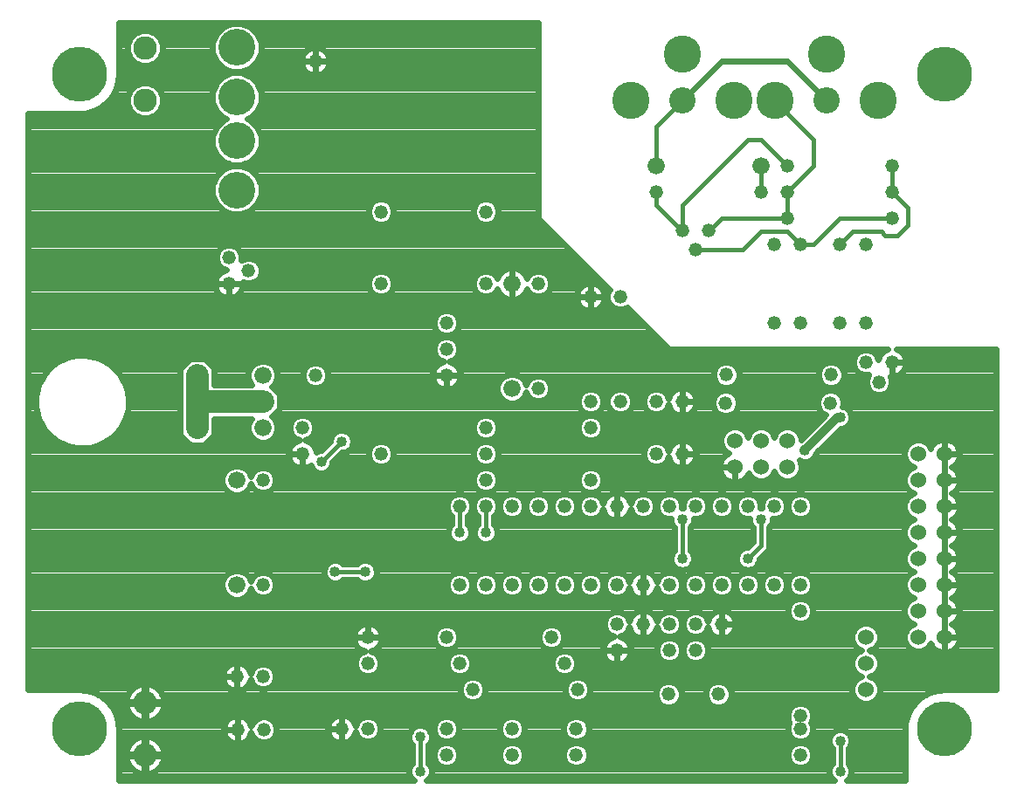
<source format=gbr>
G75*
G70*
%OFA0B0*%
%FSLAX24Y24*%
%IPPOS*%
%LPD*%
%AMOC8*
5,1,8,0,0,1.08239X$1,22.5*
%
%ADD10C,0.0900*%
%ADD11C,0.0520*%
%ADD12C,0.1400*%
%ADD13C,0.0660*%
%ADD14C,0.0600*%
%ADD15C,0.2100*%
%ADD16C,0.1004*%
%ADD17C,0.1424*%
%ADD18C,0.0240*%
%ADD19C,0.0400*%
%ADD20C,0.0860*%
%ADD21C,0.0160*%
%ADD22C,0.0320*%
D10*
X011843Y006842D03*
X011843Y008842D03*
X011843Y031842D03*
X011843Y033842D03*
D11*
X018343Y033342D03*
X020843Y027592D03*
X020843Y024842D03*
X023343Y023342D03*
X023343Y022342D03*
X023343Y021342D03*
X024843Y019342D03*
X024843Y018342D03*
X024843Y017342D03*
X024843Y016342D03*
X023843Y016342D03*
X025843Y016342D03*
X026843Y016342D03*
X027843Y016342D03*
X028843Y016342D03*
X028843Y017342D03*
X029843Y016342D03*
X030843Y016342D03*
X031843Y016342D03*
X032843Y016342D03*
X033843Y016342D03*
X034843Y016342D03*
X035843Y016342D03*
X036843Y016342D03*
X036843Y013342D03*
X036843Y012342D03*
X035843Y013342D03*
X034843Y013342D03*
X033843Y013342D03*
X032843Y013342D03*
X031843Y013342D03*
X030843Y013342D03*
X029843Y013342D03*
X028843Y013342D03*
X027843Y013342D03*
X026843Y013342D03*
X025843Y013342D03*
X024843Y013342D03*
X023843Y013342D03*
X023343Y011342D03*
X023843Y010342D03*
X024343Y009342D03*
X023343Y007842D03*
X023343Y006842D03*
X025843Y006842D03*
X025843Y007842D03*
X028293Y007842D03*
X028293Y006842D03*
X028343Y009342D03*
X027843Y010342D03*
X027343Y011342D03*
X029843Y011842D03*
X029843Y010842D03*
X030843Y011842D03*
X031843Y011842D03*
X031843Y010842D03*
X032843Y010842D03*
X032843Y011842D03*
X033843Y011842D03*
X033718Y009167D03*
X031818Y009167D03*
X036843Y008342D03*
X036843Y007842D03*
X036843Y006842D03*
X032343Y018342D03*
X031343Y018342D03*
X031343Y020342D03*
X032343Y020342D03*
X033993Y020292D03*
X034018Y021367D03*
X035843Y023342D03*
X036843Y023342D03*
X038343Y023342D03*
X039343Y023342D03*
X039343Y021842D03*
X039843Y021092D03*
X040343Y021842D03*
X038018Y021367D03*
X037993Y020292D03*
X038343Y026342D03*
X039343Y026342D03*
X040343Y027342D03*
X040343Y028342D03*
X040343Y029342D03*
X036343Y029342D03*
X036343Y028342D03*
X035343Y028342D03*
X036343Y027342D03*
X035843Y026342D03*
X036843Y026342D03*
X033343Y026892D03*
X032843Y026142D03*
X032343Y026892D03*
X031343Y028342D03*
X026843Y024842D03*
X024843Y024842D03*
X024843Y027592D03*
X028843Y024342D03*
X029968Y024342D03*
X026843Y020842D03*
X028843Y020342D03*
X028843Y019342D03*
X029968Y020342D03*
X020843Y018342D03*
X017843Y018342D03*
X017843Y019342D03*
X016343Y017342D03*
X016343Y013342D03*
X020343Y011342D03*
X020343Y010342D03*
X020343Y007842D03*
X019343Y007842D03*
X016368Y007817D03*
X015368Y007817D03*
X015343Y009842D03*
X016343Y009842D03*
X018343Y021342D03*
X015043Y024842D03*
X015793Y025342D03*
X015043Y025842D03*
D12*
X015343Y028422D03*
X015343Y030307D03*
X015343Y031977D03*
X015343Y033862D03*
D13*
X025843Y024842D03*
X025843Y020842D03*
X016343Y021342D03*
X016343Y020342D03*
X016343Y019342D03*
X015343Y017342D03*
X015343Y013342D03*
X031343Y029342D03*
X035343Y029342D03*
D14*
X035343Y018842D03*
X034343Y018842D03*
X034343Y017842D03*
X035343Y017842D03*
X036343Y017842D03*
X036343Y018842D03*
X041343Y018342D03*
X042343Y018342D03*
X042343Y017342D03*
X041343Y017342D03*
X041343Y016342D03*
X041343Y015342D03*
X042343Y015342D03*
X042343Y016342D03*
X042343Y014342D03*
X041343Y014342D03*
X041343Y013342D03*
X041343Y012342D03*
X042343Y012342D03*
X042343Y013342D03*
X042343Y011342D03*
X041343Y011342D03*
X039343Y011342D03*
X039343Y010342D03*
X039343Y009342D03*
D15*
X009343Y007842D03*
X009343Y032842D03*
X042343Y032842D03*
X042343Y007842D03*
D16*
X037843Y031842D03*
X032343Y031842D03*
D17*
X030375Y031842D03*
X032343Y033613D03*
X034312Y031842D03*
X035875Y031842D03*
X037843Y033613D03*
X039812Y031842D03*
D18*
X037843Y031842D02*
X036343Y033342D01*
X033843Y033342D01*
X032343Y031842D01*
X026843Y031820D02*
X016263Y031820D01*
X016263Y031794D02*
X016263Y032160D01*
X016123Y032498D01*
X015865Y032757D01*
X015526Y032897D01*
X015160Y032897D01*
X014822Y032757D01*
X014564Y032498D01*
X014423Y032160D01*
X014423Y031794D01*
X014564Y031456D01*
X014822Y031197D01*
X014955Y031142D01*
X014822Y031087D01*
X014564Y030828D01*
X014423Y030490D01*
X014423Y030124D01*
X014564Y029786D01*
X014822Y029527D01*
X015160Y029387D01*
X015526Y029387D01*
X015865Y029527D01*
X016123Y029786D01*
X016263Y030124D01*
X016263Y030490D01*
X016123Y030828D01*
X015865Y031087D01*
X015732Y031142D01*
X015865Y031197D01*
X016123Y031456D01*
X016263Y031794D01*
X016176Y031581D02*
X026843Y031581D01*
X026843Y031343D02*
X016011Y031343D01*
X015822Y031104D02*
X026843Y031104D01*
X026843Y030866D02*
X016085Y030866D01*
X016206Y030627D02*
X026843Y030627D01*
X026843Y030389D02*
X016263Y030389D01*
X016263Y030150D02*
X026843Y030150D01*
X026843Y029912D02*
X016176Y029912D01*
X016011Y029673D02*
X026843Y029673D01*
X026843Y029435D02*
X015642Y029435D01*
X015526Y029342D02*
X015160Y029342D01*
X014822Y029202D01*
X014564Y028943D01*
X014423Y028605D01*
X014423Y028239D01*
X014564Y027901D01*
X014822Y027642D01*
X015160Y027502D01*
X015526Y027502D01*
X015865Y027642D01*
X016123Y027901D01*
X016263Y028239D01*
X016263Y028605D01*
X016123Y028943D01*
X015865Y029202D01*
X015526Y029342D01*
X015870Y029196D02*
X026843Y029196D01*
X026843Y028958D02*
X016109Y028958D01*
X016216Y028719D02*
X026843Y028719D01*
X026843Y028480D02*
X016263Y028480D01*
X016263Y028242D02*
X026843Y028242D01*
X026843Y028003D02*
X025104Y028003D01*
X025115Y027999D02*
X024939Y028072D01*
X024748Y028072D01*
X024572Y027999D01*
X024437Y027864D01*
X024363Y027687D01*
X024363Y027496D01*
X024437Y027320D01*
X024572Y027185D01*
X024748Y027112D01*
X024939Y027112D01*
X025115Y027185D01*
X025250Y027320D01*
X025323Y027496D01*
X025323Y027687D01*
X025250Y027864D01*
X025115Y027999D01*
X025291Y027765D02*
X026843Y027765D01*
X026843Y027526D02*
X025323Y027526D01*
X025218Y027288D02*
X026897Y027288D01*
X026843Y027342D02*
X029567Y024619D01*
X029562Y024614D01*
X029488Y024437D01*
X029488Y024246D01*
X029562Y024070D01*
X029697Y023935D01*
X029873Y023862D01*
X030064Y023862D01*
X030240Y023935D01*
X030245Y023940D01*
X031843Y022342D01*
X040166Y022342D01*
X040043Y022291D01*
X039894Y022142D01*
X039816Y021954D01*
X039750Y022114D01*
X039615Y022249D01*
X039439Y022322D01*
X039248Y022322D01*
X039072Y022249D01*
X038937Y022114D01*
X038863Y021937D01*
X038863Y021746D01*
X038937Y021570D01*
X039072Y021435D01*
X039248Y021362D01*
X039436Y021362D01*
X039363Y021187D01*
X039363Y020996D01*
X039437Y020820D01*
X039572Y020685D01*
X039748Y020612D01*
X039939Y020612D01*
X040115Y020685D01*
X040250Y020820D01*
X040323Y020996D01*
X040323Y021187D01*
X040272Y021312D01*
X040343Y021312D01*
X040343Y021841D01*
X040344Y021841D01*
X040344Y021312D01*
X040449Y021312D01*
X040644Y021392D01*
X040793Y021541D01*
X040873Y021736D01*
X040873Y021841D01*
X040344Y021841D01*
X040344Y021842D01*
X040873Y021842D01*
X040873Y021947D01*
X040793Y022142D01*
X040644Y022291D01*
X040521Y022342D01*
X044323Y022342D01*
X044323Y009342D01*
X042343Y009342D01*
X042130Y009326D01*
X041921Y009281D01*
X041720Y009206D01*
X041533Y009104D01*
X041361Y008975D01*
X041210Y008824D01*
X041082Y008653D01*
X040979Y008465D01*
X040904Y008264D01*
X040859Y008055D01*
X040843Y007842D01*
X040843Y005862D01*
X038607Y005862D01*
X038724Y005979D01*
X038788Y006133D01*
X038788Y006300D01*
X038724Y006455D01*
X038668Y006511D01*
X038668Y007098D01*
X038724Y007154D01*
X038788Y007308D01*
X038788Y007475D01*
X038724Y007630D01*
X038606Y007748D01*
X038452Y007812D01*
X038285Y007812D01*
X038131Y007748D01*
X038012Y007630D01*
X037948Y007475D01*
X037948Y007308D01*
X038012Y007154D01*
X038068Y007098D01*
X038068Y006511D01*
X038012Y006455D01*
X037948Y006300D01*
X037948Y006133D01*
X038012Y005979D01*
X038130Y005862D01*
X022582Y005862D01*
X022699Y005979D01*
X022763Y006133D01*
X022763Y006300D01*
X022699Y006455D01*
X022643Y006511D01*
X022643Y007248D01*
X022699Y007304D01*
X022763Y007458D01*
X022763Y007625D01*
X022699Y007780D01*
X022581Y007898D01*
X022427Y007962D01*
X022260Y007962D01*
X022106Y007898D01*
X021987Y007780D01*
X021923Y007625D01*
X021923Y007458D01*
X021987Y007304D01*
X022043Y007248D01*
X022043Y006511D01*
X021987Y006455D01*
X021923Y006300D01*
X021923Y006133D01*
X021987Y005979D01*
X022105Y005862D01*
X010843Y005862D01*
X010843Y007842D01*
X010828Y008055D01*
X010783Y008264D01*
X010708Y008465D01*
X010605Y008653D01*
X010477Y008824D01*
X010326Y008975D01*
X010154Y009104D01*
X009967Y009206D01*
X009766Y009281D01*
X009557Y009326D01*
X009343Y009342D01*
X007363Y009342D01*
X007363Y031342D01*
X009343Y031342D01*
X009557Y031357D01*
X009766Y031402D01*
X009967Y031477D01*
X010154Y031580D01*
X010326Y031708D01*
X010477Y031859D01*
X010605Y032031D01*
X010708Y032219D01*
X010783Y032419D01*
X010828Y032628D01*
X010843Y032842D01*
X010843Y034822D01*
X026843Y034822D01*
X026843Y027342D01*
X027136Y027049D02*
X007363Y027049D01*
X007363Y026811D02*
X027375Y026811D01*
X027613Y026572D02*
X007363Y026572D01*
X007363Y026334D02*
X027852Y026334D01*
X028090Y026095D02*
X015458Y026095D01*
X015450Y026114D02*
X015315Y026249D01*
X015139Y026322D01*
X014948Y026322D01*
X014772Y026249D01*
X014637Y026114D01*
X014563Y025937D01*
X014563Y025746D01*
X014637Y025570D01*
X014772Y025435D01*
X014931Y025369D01*
X014743Y025291D01*
X014594Y025142D01*
X014513Y024947D01*
X014513Y024842D01*
X015043Y024842D01*
X015043Y024841D01*
X015044Y024841D01*
X015044Y024312D01*
X015149Y024312D01*
X015344Y024392D01*
X015493Y024541D01*
X015573Y024736D01*
X015573Y024841D01*
X015044Y024841D01*
X015044Y024842D01*
X015573Y024842D01*
X015573Y024913D01*
X015698Y024862D01*
X015889Y024862D01*
X016065Y024935D01*
X016200Y025070D01*
X016273Y025246D01*
X016273Y025437D01*
X016200Y025614D01*
X016065Y025749D01*
X015889Y025822D01*
X015698Y025822D01*
X015523Y025749D01*
X015523Y025937D01*
X015450Y026114D01*
X015523Y025856D02*
X028329Y025856D01*
X028567Y025618D02*
X016196Y025618D01*
X016273Y025379D02*
X025574Y025379D01*
X025504Y025350D02*
X025335Y025182D01*
X025279Y025046D01*
X025250Y025114D01*
X025115Y025249D01*
X024939Y025322D01*
X024748Y025322D01*
X024572Y025249D01*
X024437Y025114D01*
X024363Y024937D01*
X024363Y024746D01*
X024437Y024570D01*
X024572Y024435D01*
X024748Y024362D01*
X024939Y024362D01*
X025115Y024435D01*
X025250Y024570D01*
X025279Y024638D01*
X025335Y024502D01*
X025504Y024333D01*
X025724Y024242D01*
X025843Y024242D01*
X025843Y024841D01*
X025844Y024841D01*
X025844Y024242D01*
X025963Y024242D01*
X026183Y024333D01*
X026352Y024502D01*
X026408Y024638D01*
X026437Y024570D01*
X026572Y024435D01*
X026748Y024362D01*
X026939Y024362D01*
X027115Y024435D01*
X027250Y024570D01*
X027323Y024746D01*
X027323Y024937D01*
X027250Y025114D01*
X027115Y025249D01*
X026939Y025322D01*
X026748Y025322D01*
X026572Y025249D01*
X026437Y025114D01*
X026408Y025046D01*
X026352Y025182D01*
X026183Y025350D01*
X025963Y025442D01*
X025844Y025442D01*
X025844Y024842D01*
X025843Y024842D01*
X025843Y025442D01*
X025724Y025442D01*
X025504Y025350D01*
X025318Y025141D02*
X025223Y025141D01*
X025843Y025141D02*
X025844Y025141D01*
X025843Y025379D02*
X025844Y025379D01*
X026113Y025379D02*
X028806Y025379D01*
X029044Y025141D02*
X027223Y025141D01*
X027323Y024902D02*
X029283Y024902D01*
X029144Y024791D02*
X028949Y024872D01*
X028844Y024872D01*
X028844Y024342D01*
X029373Y024342D01*
X029373Y024447D01*
X029293Y024642D01*
X029144Y024791D01*
X029271Y024664D02*
X029521Y024664D01*
X029488Y024425D02*
X029373Y024425D01*
X029373Y024341D02*
X028844Y024341D01*
X028844Y023812D01*
X028949Y023812D01*
X029144Y023892D01*
X029293Y024041D01*
X029373Y024236D01*
X029373Y024341D01*
X029353Y024187D02*
X029513Y024187D01*
X029683Y023948D02*
X029199Y023948D01*
X028844Y023948D02*
X028843Y023948D01*
X028843Y023812D02*
X028843Y024341D01*
X028844Y024341D01*
X028844Y024342D01*
X028843Y024342D01*
X028843Y024341D01*
X028313Y024341D01*
X028313Y024236D01*
X028394Y024041D01*
X028543Y023892D01*
X028738Y023812D01*
X028843Y023812D01*
X028843Y024187D02*
X028844Y024187D01*
X028843Y024342D02*
X028313Y024342D01*
X028313Y024447D01*
X028394Y024642D01*
X028543Y024791D01*
X028738Y024872D01*
X028843Y024872D01*
X028843Y024342D01*
X028843Y024425D02*
X028844Y024425D01*
X028843Y024664D02*
X028844Y024664D01*
X028416Y024664D02*
X027289Y024664D01*
X027092Y024425D02*
X028313Y024425D01*
X028334Y024187D02*
X007363Y024187D01*
X007363Y024425D02*
X014710Y024425D01*
X014743Y024392D02*
X014938Y024312D01*
X015043Y024312D01*
X015043Y024841D01*
X014513Y024841D01*
X014513Y024736D01*
X014594Y024541D01*
X014743Y024392D01*
X015043Y024425D02*
X015044Y024425D01*
X015043Y024664D02*
X015044Y024664D01*
X015376Y024425D02*
X020595Y024425D01*
X020572Y024435D02*
X020748Y024362D01*
X020939Y024362D01*
X021115Y024435D01*
X021250Y024570D01*
X021323Y024746D01*
X021323Y024937D01*
X021250Y025114D01*
X021115Y025249D01*
X020939Y025322D01*
X020748Y025322D01*
X020572Y025249D01*
X020437Y025114D01*
X020363Y024937D01*
X020363Y024746D01*
X020437Y024570D01*
X020572Y024435D01*
X020398Y024664D02*
X015543Y024664D01*
X015573Y024902D02*
X015600Y024902D01*
X015987Y024902D02*
X020363Y024902D01*
X020464Y025141D02*
X016230Y025141D01*
X014905Y025379D02*
X007363Y025379D01*
X007363Y025141D02*
X014594Y025141D01*
X014513Y024902D02*
X007363Y024902D01*
X007363Y024664D02*
X014543Y024664D01*
X014617Y025618D02*
X007363Y025618D01*
X007363Y025856D02*
X014563Y025856D01*
X014629Y026095D02*
X007363Y026095D01*
X007363Y027288D02*
X020469Y027288D01*
X020437Y027320D02*
X020572Y027185D01*
X020748Y027112D01*
X020939Y027112D01*
X021115Y027185D01*
X021250Y027320D01*
X021323Y027496D01*
X021323Y027687D01*
X021250Y027864D01*
X021115Y027999D01*
X020939Y028072D01*
X020748Y028072D01*
X020572Y027999D01*
X020437Y027864D01*
X020363Y027687D01*
X020363Y027496D01*
X020437Y027320D01*
X020363Y027526D02*
X015586Y027526D01*
X015988Y027765D02*
X020396Y027765D01*
X020583Y028003D02*
X016166Y028003D01*
X015101Y027526D02*
X007363Y027526D01*
X007363Y027765D02*
X014699Y027765D01*
X014521Y028003D02*
X007363Y028003D01*
X007363Y028242D02*
X014423Y028242D01*
X014423Y028480D02*
X007363Y028480D01*
X007363Y028719D02*
X014471Y028719D01*
X014578Y028958D02*
X007363Y028958D01*
X007363Y029196D02*
X014817Y029196D01*
X015045Y029435D02*
X007363Y029435D01*
X007363Y029673D02*
X014676Y029673D01*
X014511Y029912D02*
X007363Y029912D01*
X007363Y030150D02*
X014423Y030150D01*
X014423Y030389D02*
X007363Y030389D01*
X007363Y030627D02*
X014480Y030627D01*
X014602Y030866D02*
X007363Y030866D01*
X007363Y031104D02*
X014865Y031104D01*
X014676Y031343D02*
X012292Y031343D01*
X012223Y031274D02*
X012411Y031462D01*
X012513Y031708D01*
X012513Y031975D01*
X012411Y032221D01*
X012223Y032410D01*
X011977Y032512D01*
X011710Y032512D01*
X011464Y032410D01*
X011275Y032221D01*
X011173Y031975D01*
X011173Y031708D01*
X011275Y031462D01*
X011464Y031274D01*
X011710Y031172D01*
X011977Y031172D01*
X012223Y031274D01*
X012461Y031581D02*
X014511Y031581D01*
X014423Y031820D02*
X012513Y031820D01*
X012479Y032059D02*
X014423Y032059D01*
X014480Y032297D02*
X012336Y032297D01*
X011351Y032297D02*
X010737Y032297D01*
X010808Y032536D02*
X014601Y032536D01*
X014865Y032774D02*
X010839Y032774D01*
X010843Y033013D02*
X014989Y033013D01*
X014822Y033082D02*
X015160Y032942D01*
X015526Y032942D01*
X015865Y033082D01*
X016123Y033341D01*
X016263Y033679D01*
X016263Y034045D01*
X016123Y034383D01*
X015865Y034642D01*
X015526Y034782D01*
X015160Y034782D01*
X014822Y034642D01*
X014564Y034383D01*
X014423Y034045D01*
X014423Y033679D01*
X014564Y033341D01*
X014822Y033082D01*
X014653Y033251D02*
X012169Y033251D01*
X012223Y033274D02*
X012411Y033462D01*
X012513Y033708D01*
X012513Y033975D01*
X012411Y034221D01*
X012223Y034410D01*
X011977Y034512D01*
X011710Y034512D01*
X011464Y034410D01*
X011275Y034221D01*
X011173Y033975D01*
X011173Y033708D01*
X011275Y033462D01*
X011464Y033274D01*
X011710Y033172D01*
X011977Y033172D01*
X012223Y033274D01*
X012423Y033490D02*
X014502Y033490D01*
X014423Y033728D02*
X012513Y033728D01*
X012513Y033967D02*
X014423Y033967D01*
X014490Y034205D02*
X012418Y034205D01*
X012140Y034444D02*
X014625Y034444D01*
X014921Y034683D02*
X010843Y034683D01*
X010843Y034444D02*
X011547Y034444D01*
X011269Y034205D02*
X010843Y034205D01*
X010843Y033967D02*
X011173Y033967D01*
X011173Y033728D02*
X010843Y033728D01*
X010843Y033490D02*
X011264Y033490D01*
X011518Y033251D02*
X010843Y033251D01*
X010621Y032059D02*
X011208Y032059D01*
X011173Y031820D02*
X010438Y031820D01*
X010157Y031581D02*
X011226Y031581D01*
X011395Y031343D02*
X009361Y031343D01*
X015698Y033013D02*
X017923Y033013D01*
X017894Y033041D02*
X018043Y032892D01*
X018238Y032812D01*
X018343Y032812D01*
X018343Y033341D01*
X018344Y033341D01*
X018344Y032812D01*
X018449Y032812D01*
X018644Y032892D01*
X018793Y033041D01*
X018873Y033236D01*
X018873Y033341D01*
X018344Y033341D01*
X018344Y033342D01*
X018873Y033342D01*
X018873Y033447D01*
X018793Y033642D01*
X018644Y033791D01*
X018449Y033872D01*
X018344Y033872D01*
X018344Y033342D01*
X018343Y033342D01*
X018343Y033341D01*
X017813Y033341D01*
X017813Y033236D01*
X017894Y033041D01*
X017813Y033251D02*
X016034Y033251D01*
X016185Y033490D02*
X017831Y033490D01*
X017813Y033447D02*
X017813Y033342D01*
X018343Y033342D01*
X018343Y033872D01*
X018238Y033872D01*
X018043Y033791D01*
X017894Y033642D01*
X017813Y033447D01*
X017981Y033728D02*
X016263Y033728D01*
X016263Y033967D02*
X026843Y033967D01*
X026843Y034205D02*
X016197Y034205D01*
X016062Y034444D02*
X026843Y034444D01*
X026843Y034683D02*
X015766Y034683D01*
X015822Y032774D02*
X026843Y032774D01*
X026843Y032536D02*
X016086Y032536D01*
X016207Y032297D02*
X026843Y032297D01*
X026843Y032059D02*
X016263Y032059D01*
X018343Y033013D02*
X018344Y033013D01*
X018343Y033251D02*
X018344Y033251D01*
X018343Y033490D02*
X018344Y033490D01*
X018343Y033728D02*
X018344Y033728D01*
X018706Y033728D02*
X026843Y033728D01*
X026843Y033490D02*
X018856Y033490D01*
X018873Y033251D02*
X026843Y033251D01*
X026843Y033013D02*
X018764Y033013D01*
X021104Y028003D02*
X024583Y028003D01*
X024396Y027765D02*
X021291Y027765D01*
X021323Y027526D02*
X024363Y027526D01*
X024469Y027288D02*
X021218Y027288D01*
X021223Y025141D02*
X024464Y025141D01*
X024363Y024902D02*
X021323Y024902D01*
X021289Y024664D02*
X024398Y024664D01*
X024595Y024425D02*
X021092Y024425D01*
X022937Y023614D02*
X022863Y023437D01*
X022863Y023246D01*
X022937Y023070D01*
X023072Y022935D01*
X023248Y022862D01*
X023439Y022862D01*
X023615Y022935D01*
X023750Y023070D01*
X023823Y023246D01*
X023823Y023437D01*
X023750Y023614D01*
X023615Y023749D01*
X023439Y023822D01*
X023248Y023822D01*
X023072Y023749D01*
X022937Y023614D01*
X023032Y023710D02*
X007363Y023710D01*
X007363Y023948D02*
X028488Y023948D01*
X026595Y024425D02*
X026275Y024425D01*
X025844Y024425D02*
X025843Y024425D01*
X025843Y024664D02*
X025844Y024664D01*
X025843Y024902D02*
X025844Y024902D01*
X026369Y025141D02*
X026464Y025141D01*
X025411Y024425D02*
X025092Y024425D01*
X023809Y023471D02*
X030714Y023471D01*
X030476Y023710D02*
X023654Y023710D01*
X023818Y023232D02*
X030953Y023232D01*
X031191Y022994D02*
X023674Y022994D01*
X023599Y022755D02*
X031430Y022755D01*
X031668Y022517D02*
X023790Y022517D01*
X023823Y022437D02*
X023750Y022614D01*
X023615Y022749D01*
X023439Y022822D01*
X023248Y022822D01*
X023072Y022749D01*
X022937Y022614D01*
X022863Y022437D01*
X022863Y022246D01*
X022937Y022070D01*
X023072Y021935D01*
X023231Y021869D01*
X023043Y021791D01*
X022894Y021642D01*
X022813Y021447D01*
X022813Y021342D01*
X023343Y021342D01*
X023343Y021341D01*
X023344Y021341D01*
X023344Y020812D01*
X023449Y020812D01*
X023644Y020892D01*
X023793Y021041D01*
X023873Y021236D01*
X023873Y021341D01*
X023344Y021341D01*
X023344Y021342D01*
X023873Y021342D01*
X023873Y021447D01*
X023793Y021642D01*
X023644Y021791D01*
X023456Y021869D01*
X023615Y021935D01*
X023750Y022070D01*
X023823Y022246D01*
X023823Y022437D01*
X023823Y022278D02*
X039143Y022278D01*
X038906Y022040D02*
X023720Y022040D01*
X023619Y021801D02*
X033813Y021801D01*
X033747Y021774D02*
X033612Y021639D01*
X033538Y021462D01*
X033538Y021271D01*
X033612Y021095D01*
X033747Y020960D01*
X033923Y020887D01*
X034114Y020887D01*
X034290Y020960D01*
X034425Y021095D01*
X034498Y021271D01*
X034498Y021462D01*
X034425Y021639D01*
X034290Y021774D01*
X034114Y021847D01*
X033923Y021847D01*
X033747Y021774D01*
X033580Y021563D02*
X023826Y021563D01*
X023873Y021324D02*
X025571Y021324D01*
X025532Y021308D02*
X025377Y021153D01*
X025293Y020951D01*
X025293Y020732D01*
X025377Y020530D01*
X025532Y020375D01*
X025734Y020292D01*
X025953Y020292D01*
X026155Y020375D01*
X026310Y020530D01*
X026381Y020703D01*
X026437Y020570D01*
X026572Y020435D01*
X026748Y020362D01*
X026939Y020362D01*
X027115Y020435D01*
X027250Y020570D01*
X027323Y020746D01*
X027323Y020937D01*
X027250Y021114D01*
X027115Y021249D01*
X026939Y021322D01*
X026748Y021322D01*
X026572Y021249D01*
X026437Y021114D01*
X026381Y020980D01*
X026310Y021153D01*
X026155Y021308D01*
X025953Y021392D01*
X025734Y021392D01*
X025532Y021308D01*
X025349Y021086D02*
X023811Y021086D01*
X023534Y020847D02*
X025293Y020847D01*
X025345Y020609D02*
X016993Y020609D01*
X016993Y020611D02*
X016692Y020912D01*
X016810Y021030D01*
X016893Y021232D01*
X016893Y021451D01*
X016810Y021653D01*
X016655Y021808D01*
X016453Y021892D01*
X016234Y021892D01*
X016032Y021808D01*
X015877Y021653D01*
X015793Y021451D01*
X015793Y021232D01*
X015877Y021030D01*
X015916Y020992D01*
X014493Y020992D01*
X014493Y021611D01*
X014113Y021992D01*
X013574Y021992D01*
X013193Y021611D01*
X013193Y019072D01*
X013574Y018692D01*
X014113Y018692D01*
X014493Y019072D01*
X014493Y019692D01*
X015916Y019692D01*
X015877Y019653D01*
X015793Y019451D01*
X015793Y019232D01*
X015877Y019030D01*
X016032Y018875D01*
X016234Y018792D01*
X016453Y018792D01*
X016655Y018875D01*
X016810Y019030D01*
X016893Y019232D01*
X016893Y019451D01*
X016810Y019653D01*
X016692Y019771D01*
X016993Y020072D01*
X016993Y020611D01*
X016993Y020370D02*
X025545Y020370D01*
X025115Y019749D02*
X024939Y019822D01*
X024748Y019822D01*
X024572Y019749D01*
X024437Y019614D01*
X024363Y019437D01*
X024363Y019246D01*
X024437Y019070D01*
X024572Y018935D01*
X024748Y018862D01*
X024939Y018862D01*
X025115Y018935D01*
X025250Y019070D01*
X025323Y019246D01*
X025323Y019437D01*
X025250Y019614D01*
X025115Y019749D01*
X025210Y019654D02*
X028477Y019654D01*
X028437Y019614D02*
X028363Y019437D01*
X028363Y019246D01*
X028437Y019070D01*
X028572Y018935D01*
X028748Y018862D01*
X028939Y018862D01*
X029115Y018935D01*
X029250Y019070D01*
X029323Y019246D01*
X029323Y019437D01*
X029250Y019614D01*
X029115Y019749D01*
X028939Y019822D01*
X028748Y019822D01*
X028572Y019749D01*
X028437Y019614D01*
X028363Y019416D02*
X025323Y019416D01*
X025295Y019177D02*
X028392Y019177D01*
X028568Y018939D02*
X025119Y018939D01*
X025115Y018749D02*
X024939Y018822D01*
X024748Y018822D01*
X024572Y018749D01*
X024437Y018614D01*
X024363Y018437D01*
X024363Y018246D01*
X024437Y018070D01*
X024572Y017935D01*
X024748Y017862D01*
X024939Y017862D01*
X025115Y017935D01*
X025250Y018070D01*
X025323Y018246D01*
X025323Y018437D01*
X025250Y018614D01*
X025115Y018749D01*
X025164Y018700D02*
X031023Y018700D01*
X031072Y018749D02*
X030937Y018614D01*
X030863Y018437D01*
X030863Y018246D01*
X030937Y018070D01*
X031072Y017935D01*
X031248Y017862D01*
X031439Y017862D01*
X031615Y017935D01*
X031750Y018070D01*
X031816Y018229D01*
X031894Y018041D01*
X032043Y017892D01*
X032238Y017812D01*
X032343Y017812D01*
X032343Y018341D01*
X032344Y018341D01*
X032344Y017812D01*
X032449Y017812D01*
X032644Y017892D01*
X032793Y018041D01*
X032873Y018236D01*
X032873Y018341D01*
X032344Y018341D01*
X032344Y018342D01*
X032873Y018342D01*
X032873Y018447D01*
X032793Y018642D01*
X032644Y018791D01*
X032449Y018872D01*
X032344Y018872D01*
X032344Y018342D01*
X032343Y018342D01*
X032343Y018872D01*
X032238Y018872D01*
X032043Y018791D01*
X031894Y018642D01*
X031816Y018454D01*
X031750Y018614D01*
X031615Y018749D01*
X031439Y018822D01*
X031248Y018822D01*
X031072Y018749D01*
X030874Y018462D02*
X025313Y018462D01*
X025314Y018223D02*
X030873Y018223D01*
X031022Y017985D02*
X025165Y017985D01*
X025115Y017749D02*
X024939Y017822D01*
X024748Y017822D01*
X024572Y017749D01*
X024437Y017614D01*
X024363Y017437D01*
X024363Y017246D01*
X024437Y017070D01*
X024572Y016935D01*
X024748Y016862D01*
X024939Y016862D01*
X025115Y016935D01*
X025250Y017070D01*
X025323Y017246D01*
X025323Y017437D01*
X025250Y017614D01*
X025115Y017749D01*
X025118Y017746D02*
X028569Y017746D01*
X028572Y017749D02*
X028437Y017614D01*
X028363Y017437D01*
X028363Y017246D01*
X028437Y017070D01*
X028572Y016935D01*
X028748Y016862D01*
X028939Y016862D01*
X029115Y016935D01*
X029250Y017070D01*
X029323Y017246D01*
X029323Y017437D01*
X029250Y017614D01*
X029115Y017749D01*
X028939Y017822D01*
X028748Y017822D01*
X028572Y017749D01*
X028393Y017507D02*
X025294Y017507D01*
X025323Y017269D02*
X028363Y017269D01*
X028476Y017030D02*
X025211Y017030D01*
X025115Y016749D02*
X024939Y016822D01*
X024748Y016822D01*
X024572Y016749D01*
X024437Y016614D01*
X024363Y016437D01*
X024363Y016246D01*
X024437Y016070D01*
X024543Y015963D01*
X024543Y015636D01*
X024487Y015580D01*
X024423Y015425D01*
X024423Y015258D01*
X024487Y015104D01*
X024606Y014986D01*
X024760Y014922D01*
X024927Y014922D01*
X025081Y014986D01*
X025199Y015104D01*
X025263Y015258D01*
X025263Y015425D01*
X025199Y015580D01*
X025143Y015636D01*
X025143Y015963D01*
X025250Y016070D01*
X025323Y016246D01*
X025323Y016437D01*
X025250Y016614D01*
X025115Y016749D01*
X025011Y016792D02*
X025676Y016792D01*
X025748Y016822D02*
X025572Y016749D01*
X025437Y016614D01*
X025363Y016437D01*
X025363Y016246D01*
X025437Y016070D01*
X025572Y015935D01*
X025748Y015862D01*
X025939Y015862D01*
X026115Y015935D01*
X026250Y016070D01*
X026323Y016246D01*
X026323Y016437D01*
X026250Y016614D01*
X026115Y016749D01*
X025939Y016822D01*
X025748Y016822D01*
X026011Y016792D02*
X026676Y016792D01*
X026748Y016822D02*
X026572Y016749D01*
X026437Y016614D01*
X026363Y016437D01*
X026363Y016246D01*
X026437Y016070D01*
X026572Y015935D01*
X026748Y015862D01*
X026939Y015862D01*
X027115Y015935D01*
X027250Y016070D01*
X027323Y016246D01*
X027323Y016437D01*
X027250Y016614D01*
X027115Y016749D01*
X026939Y016822D01*
X026748Y016822D01*
X027011Y016792D02*
X027676Y016792D01*
X027748Y016822D02*
X027572Y016749D01*
X027437Y016614D01*
X027363Y016437D01*
X027363Y016246D01*
X027437Y016070D01*
X027572Y015935D01*
X027748Y015862D01*
X027939Y015862D01*
X028115Y015935D01*
X028250Y016070D01*
X028323Y016246D01*
X028323Y016437D01*
X028250Y016614D01*
X028115Y016749D01*
X027939Y016822D01*
X027748Y016822D01*
X028011Y016792D02*
X028676Y016792D01*
X028748Y016822D02*
X028572Y016749D01*
X028437Y016614D01*
X028363Y016437D01*
X028363Y016246D01*
X028437Y016070D01*
X028572Y015935D01*
X028748Y015862D01*
X028939Y015862D01*
X029115Y015935D01*
X029250Y016070D01*
X029316Y016229D01*
X029394Y016041D01*
X029543Y015892D01*
X029738Y015812D01*
X029843Y015812D01*
X029843Y016341D01*
X029844Y016341D01*
X029844Y015812D01*
X029949Y015812D01*
X030144Y015892D01*
X030293Y016041D01*
X030371Y016229D01*
X030437Y016070D01*
X030572Y015935D01*
X030748Y015862D01*
X030939Y015862D01*
X031115Y015935D01*
X031250Y016070D01*
X031323Y016246D01*
X031323Y016437D01*
X031250Y016614D01*
X031115Y016749D01*
X030939Y016822D01*
X030748Y016822D01*
X030572Y016749D01*
X030437Y016614D01*
X030371Y016454D01*
X030293Y016642D01*
X030144Y016791D01*
X029949Y016872D01*
X029844Y016872D01*
X029844Y016342D01*
X029843Y016342D01*
X029843Y016872D01*
X029738Y016872D01*
X029543Y016791D01*
X029394Y016642D01*
X029316Y016454D01*
X029250Y016614D01*
X029115Y016749D01*
X028939Y016822D01*
X028748Y016822D01*
X029011Y016792D02*
X029545Y016792D01*
X029843Y016792D02*
X029844Y016792D01*
X029843Y016553D02*
X029844Y016553D01*
X029843Y016315D02*
X029844Y016315D01*
X029843Y016076D02*
X029844Y016076D01*
X029843Y015838D02*
X029844Y015838D01*
X030011Y015838D02*
X031923Y015838D01*
X031923Y015862D02*
X031923Y015758D01*
X031987Y015604D01*
X032043Y015548D01*
X032043Y014636D01*
X031987Y014580D01*
X031923Y014425D01*
X031923Y014258D01*
X031987Y014104D01*
X032106Y013986D01*
X032260Y013922D01*
X032427Y013922D01*
X032581Y013986D01*
X032699Y014104D01*
X032763Y014258D01*
X032763Y014425D01*
X032699Y014580D01*
X032643Y014636D01*
X032643Y015548D01*
X032699Y015604D01*
X032763Y015758D01*
X032763Y015862D01*
X032939Y015862D01*
X033115Y015935D01*
X033250Y016070D01*
X033323Y016246D01*
X033323Y016437D01*
X033250Y016614D01*
X033115Y016749D01*
X032939Y016822D01*
X032748Y016822D01*
X032572Y016749D01*
X032437Y016614D01*
X032363Y016437D01*
X032363Y016262D01*
X032323Y016262D01*
X032323Y016437D01*
X032250Y016614D01*
X032115Y016749D01*
X031939Y016822D01*
X031748Y016822D01*
X031572Y016749D01*
X031437Y016614D01*
X031363Y016437D01*
X031363Y016246D01*
X031437Y016070D01*
X031572Y015935D01*
X031748Y015862D01*
X031923Y015862D01*
X031992Y015599D02*
X025180Y015599D01*
X025143Y015838D02*
X029675Y015838D01*
X029380Y016076D02*
X029253Y016076D01*
X029275Y016553D02*
X029357Y016553D01*
X029211Y017030D02*
X040919Y017030D01*
X040903Y017047D02*
X041049Y016901D01*
X041192Y016842D01*
X041049Y016783D01*
X040903Y016636D01*
X040823Y016445D01*
X040823Y016238D01*
X040903Y016047D01*
X041049Y015901D01*
X041192Y015842D01*
X041049Y015783D01*
X040903Y015636D01*
X040823Y015445D01*
X040823Y015238D01*
X040903Y015047D01*
X041049Y014901D01*
X041192Y014842D01*
X041049Y014783D01*
X040903Y014636D01*
X040823Y014445D01*
X040823Y014238D01*
X040903Y014047D01*
X041049Y013901D01*
X041192Y013842D01*
X041049Y013783D01*
X040903Y013636D01*
X040823Y013445D01*
X040823Y013238D01*
X040903Y013047D01*
X041049Y012901D01*
X041192Y012842D01*
X041049Y012783D01*
X040903Y012636D01*
X040823Y012445D01*
X040823Y012238D01*
X040903Y012047D01*
X041049Y011901D01*
X041192Y011842D01*
X041049Y011783D01*
X040903Y011636D01*
X040823Y011445D01*
X040823Y011238D01*
X040903Y011047D01*
X041049Y010901D01*
X041240Y010822D01*
X041447Y010822D01*
X041638Y010901D01*
X041784Y011047D01*
X041816Y011125D01*
X041860Y011019D01*
X042021Y010859D01*
X042230Y010772D01*
X042343Y010772D01*
X042343Y011341D01*
X042344Y011341D01*
X042344Y010772D01*
X042457Y010772D01*
X042666Y010859D01*
X042827Y011019D01*
X042913Y011228D01*
X042913Y011341D01*
X042344Y011341D01*
X042344Y011342D01*
X042913Y011342D01*
X042913Y011455D01*
X042827Y011665D01*
X042666Y011825D01*
X042626Y011842D01*
X042666Y011859D01*
X042827Y012019D01*
X042913Y012228D01*
X042913Y012341D01*
X042344Y012341D01*
X042344Y011772D01*
X042344Y011342D01*
X042343Y011342D01*
X042343Y011772D01*
X042343Y012341D01*
X042344Y012341D01*
X042344Y012342D01*
X042913Y012342D01*
X042913Y012455D01*
X042827Y012665D01*
X042666Y012825D01*
X042626Y012842D01*
X042666Y012859D01*
X042827Y013019D01*
X042913Y013228D01*
X042913Y013341D01*
X042344Y013341D01*
X042344Y012912D01*
X042344Y012342D01*
X042343Y012342D01*
X042343Y012912D01*
X042343Y013341D01*
X042344Y013341D01*
X042344Y013342D01*
X042913Y013342D01*
X042913Y013455D01*
X042827Y013665D01*
X042666Y013825D01*
X042626Y013842D01*
X042666Y013859D01*
X042827Y014019D01*
X042913Y014228D01*
X042913Y014341D01*
X042344Y014341D01*
X042344Y013912D01*
X042344Y013342D01*
X042343Y013342D01*
X042343Y013912D01*
X042343Y014341D01*
X042344Y014341D01*
X042344Y014342D01*
X042913Y014342D01*
X042913Y014455D01*
X042827Y014665D01*
X042666Y014825D01*
X042626Y014842D01*
X042666Y014859D01*
X042827Y015019D01*
X042913Y015228D01*
X042913Y015341D01*
X042344Y015341D01*
X042344Y014912D01*
X042344Y014342D01*
X042343Y014342D01*
X042343Y014912D01*
X042343Y015341D01*
X042344Y015341D01*
X042344Y015342D01*
X042913Y015342D01*
X042913Y015455D01*
X042827Y015665D01*
X042666Y015825D01*
X042626Y015842D01*
X042666Y015859D01*
X042827Y016019D01*
X042913Y016228D01*
X042913Y016341D01*
X042344Y016341D01*
X042344Y015912D01*
X042344Y015342D01*
X042343Y015342D01*
X042343Y015912D01*
X042343Y016341D01*
X042344Y016341D01*
X042344Y016342D01*
X042913Y016342D01*
X042913Y016455D01*
X042827Y016665D01*
X042666Y016825D01*
X042626Y016842D01*
X042666Y016859D01*
X042827Y017019D01*
X042913Y017228D01*
X042913Y017341D01*
X042344Y017341D01*
X042344Y016912D01*
X042344Y016342D01*
X042343Y016342D01*
X042343Y016912D01*
X042343Y017341D01*
X042344Y017341D01*
X042344Y017342D01*
X042913Y017342D01*
X042913Y017455D01*
X042827Y017665D01*
X042666Y017825D01*
X042626Y017842D01*
X042666Y017859D01*
X042827Y018019D01*
X042913Y018228D01*
X042913Y018341D01*
X042344Y018341D01*
X042344Y017772D01*
X042344Y017342D01*
X042343Y017342D01*
X042343Y017912D01*
X042343Y018341D01*
X042344Y018341D01*
X042344Y018342D01*
X042913Y018342D01*
X042913Y018455D01*
X042827Y018665D01*
X042666Y018825D01*
X042457Y018912D01*
X042344Y018912D01*
X042344Y018342D01*
X042343Y018342D01*
X042343Y018912D01*
X042230Y018912D01*
X042021Y018825D01*
X041860Y018665D01*
X041816Y018559D01*
X041784Y018636D01*
X041638Y018783D01*
X041447Y018862D01*
X041240Y018862D01*
X041049Y018783D01*
X040903Y018636D01*
X040823Y018445D01*
X040823Y018238D01*
X040903Y018047D01*
X041049Y017901D01*
X041192Y017842D01*
X041049Y017783D01*
X040903Y017636D01*
X040823Y017445D01*
X040823Y017238D01*
X040903Y017047D01*
X040823Y017269D02*
X029323Y017269D01*
X029294Y017507D02*
X033872Y017507D01*
X033860Y017519D02*
X034021Y017359D01*
X034230Y017272D01*
X034343Y017272D01*
X034343Y017841D01*
X034344Y017841D01*
X034344Y017272D01*
X034457Y017272D01*
X034666Y017359D01*
X034827Y017519D01*
X034871Y017625D01*
X034903Y017547D01*
X035049Y017401D01*
X035240Y017322D01*
X035447Y017322D01*
X035638Y017401D01*
X035784Y017547D01*
X035843Y017690D01*
X035903Y017547D01*
X036049Y017401D01*
X036240Y017322D01*
X036447Y017322D01*
X036638Y017401D01*
X036784Y017547D01*
X036863Y017738D01*
X036863Y017945D01*
X036798Y018104D01*
X036834Y018088D01*
X036836Y018087D01*
X036838Y018087D01*
X036935Y018047D01*
X037102Y018047D01*
X037256Y018111D01*
X037374Y018229D01*
X037432Y018368D01*
X038386Y019322D01*
X038452Y019322D01*
X038606Y019386D01*
X038724Y019504D01*
X038788Y019658D01*
X038788Y019825D01*
X038724Y019980D01*
X038606Y020098D01*
X038458Y020159D01*
X038473Y020196D01*
X038473Y020387D01*
X038400Y020564D01*
X038265Y020699D01*
X038089Y020772D01*
X037898Y020772D01*
X037722Y020699D01*
X037587Y020564D01*
X037513Y020387D01*
X037513Y020196D01*
X037587Y020020D01*
X037722Y019885D01*
X037829Y019840D01*
X036863Y018874D01*
X036863Y018945D01*
X036784Y019136D01*
X036638Y019283D01*
X036447Y019362D01*
X036240Y019362D01*
X036049Y019283D01*
X035903Y019136D01*
X035843Y018993D01*
X035784Y019136D01*
X035638Y019283D01*
X035447Y019362D01*
X035240Y019362D01*
X035049Y019283D01*
X034903Y019136D01*
X034843Y018993D01*
X034784Y019136D01*
X034638Y019283D01*
X034447Y019362D01*
X034240Y019362D01*
X034049Y019283D01*
X033903Y019136D01*
X033823Y018945D01*
X033823Y018738D01*
X033903Y018547D01*
X034049Y018401D01*
X034126Y018369D01*
X034021Y018325D01*
X033860Y018165D01*
X033773Y017955D01*
X033773Y017842D01*
X034343Y017842D01*
X034343Y017841D01*
X033773Y017841D01*
X033773Y017728D01*
X033860Y017519D01*
X033773Y017746D02*
X029118Y017746D01*
X030142Y016792D02*
X030676Y016792D01*
X031011Y016792D02*
X031676Y016792D01*
X032011Y016792D02*
X032676Y016792D01*
X033011Y016792D02*
X033676Y016792D01*
X033748Y016822D02*
X033572Y016749D01*
X033437Y016614D01*
X033363Y016437D01*
X033363Y016246D01*
X033437Y016070D01*
X033572Y015935D01*
X033748Y015862D01*
X033939Y015862D01*
X034115Y015935D01*
X034250Y016070D01*
X034323Y016246D01*
X034323Y016437D01*
X034250Y016614D01*
X034115Y016749D01*
X033939Y016822D01*
X033748Y016822D01*
X034011Y016792D02*
X034676Y016792D01*
X034748Y016822D02*
X034572Y016749D01*
X034437Y016614D01*
X034363Y016437D01*
X034363Y016246D01*
X034437Y016070D01*
X034572Y015935D01*
X034748Y015862D01*
X034923Y015862D01*
X034923Y015758D01*
X034987Y015604D01*
X035043Y015548D01*
X035043Y014966D01*
X034839Y014762D01*
X034760Y014762D01*
X034606Y014698D01*
X034487Y014580D01*
X034423Y014425D01*
X034423Y014258D01*
X034487Y014104D01*
X034606Y013986D01*
X034760Y013922D01*
X034927Y013922D01*
X035081Y013986D01*
X035199Y014104D01*
X035263Y014258D01*
X035263Y014337D01*
X035468Y014542D01*
X035643Y014717D01*
X035643Y015548D01*
X035699Y015604D01*
X035763Y015758D01*
X035763Y015862D01*
X035939Y015862D01*
X036115Y015935D01*
X036250Y016070D01*
X036323Y016246D01*
X036323Y016437D01*
X036250Y016614D01*
X036115Y016749D01*
X035939Y016822D01*
X035748Y016822D01*
X035572Y016749D01*
X035437Y016614D01*
X035363Y016437D01*
X035363Y016262D01*
X035323Y016262D01*
X035323Y016437D01*
X035250Y016614D01*
X035115Y016749D01*
X034939Y016822D01*
X034748Y016822D01*
X035011Y016792D02*
X035676Y016792D01*
X036011Y016792D02*
X036676Y016792D01*
X036748Y016822D02*
X036572Y016749D01*
X036437Y016614D01*
X036363Y016437D01*
X036363Y016246D01*
X036437Y016070D01*
X036572Y015935D01*
X036748Y015862D01*
X036939Y015862D01*
X037115Y015935D01*
X037250Y016070D01*
X037323Y016246D01*
X037323Y016437D01*
X037250Y016614D01*
X037115Y016749D01*
X036939Y016822D01*
X036748Y016822D01*
X037011Y016792D02*
X041071Y016792D01*
X040868Y016553D02*
X037275Y016553D01*
X037323Y016315D02*
X040823Y016315D01*
X040891Y016076D02*
X037253Y016076D01*
X036434Y016076D02*
X036253Y016076D01*
X036323Y016315D02*
X036363Y016315D01*
X036412Y016553D02*
X036275Y016553D01*
X035412Y016553D02*
X035275Y016553D01*
X035323Y016315D02*
X035363Y016315D01*
X035763Y015838D02*
X041182Y015838D01*
X040887Y015599D02*
X035695Y015599D01*
X035643Y015361D02*
X040823Y015361D01*
X040872Y015122D02*
X035643Y015122D01*
X035643Y014883D02*
X041091Y014883D01*
X040911Y014645D02*
X035571Y014645D01*
X035332Y014406D02*
X040823Y014406D01*
X040853Y014168D02*
X035226Y014168D01*
X034945Y013929D02*
X041021Y013929D01*
X040957Y013691D02*
X037173Y013691D01*
X037115Y013749D02*
X036939Y013822D01*
X036748Y013822D01*
X036572Y013749D01*
X036437Y013614D01*
X036363Y013437D01*
X036363Y013246D01*
X036437Y013070D01*
X036572Y012935D01*
X036748Y012862D01*
X036939Y012862D01*
X037115Y012935D01*
X037250Y013070D01*
X037323Y013246D01*
X037323Y013437D01*
X037250Y013614D01*
X037115Y013749D01*
X037317Y013452D02*
X040826Y013452D01*
X040834Y013214D02*
X037310Y013214D01*
X037156Y012975D02*
X040975Y012975D01*
X041003Y012737D02*
X037127Y012737D01*
X037115Y012749D02*
X036939Y012822D01*
X036748Y012822D01*
X036572Y012749D01*
X036437Y012614D01*
X036363Y012437D01*
X036363Y012246D01*
X036437Y012070D01*
X036572Y011935D01*
X036748Y011862D01*
X036939Y011862D01*
X037115Y011935D01*
X037250Y012070D01*
X037323Y012246D01*
X037323Y012437D01*
X037250Y012614D01*
X037115Y012749D01*
X037298Y012498D02*
X040845Y012498D01*
X040823Y012259D02*
X037323Y012259D01*
X037201Y012021D02*
X040929Y012021D01*
X041049Y011782D02*
X039638Y011782D01*
X039638Y011783D02*
X039447Y011862D01*
X039240Y011862D01*
X039049Y011783D01*
X038903Y011636D01*
X038823Y011445D01*
X038823Y011238D01*
X038903Y011047D01*
X039049Y010901D01*
X039192Y010842D01*
X039049Y010783D01*
X038903Y010636D01*
X038823Y010445D01*
X038823Y010238D01*
X038903Y010047D01*
X039049Y009901D01*
X039192Y009842D01*
X039049Y009783D01*
X038903Y009636D01*
X038823Y009445D01*
X038823Y009238D01*
X038903Y009047D01*
X039049Y008901D01*
X039240Y008822D01*
X039447Y008822D01*
X039638Y008901D01*
X039784Y009047D01*
X039863Y009238D01*
X039863Y009445D01*
X039784Y009636D01*
X039638Y009783D01*
X039495Y009842D01*
X039638Y009901D01*
X039784Y010047D01*
X039863Y010238D01*
X039863Y010445D01*
X039784Y010636D01*
X039638Y010783D01*
X039495Y010842D01*
X039638Y010901D01*
X039784Y011047D01*
X039863Y011238D01*
X039863Y011445D01*
X039784Y011636D01*
X039638Y011783D01*
X039823Y011544D02*
X040864Y011544D01*
X040823Y011305D02*
X039863Y011305D01*
X039792Y011067D02*
X040894Y011067D01*
X041224Y010828D02*
X039528Y010828D01*
X039804Y010590D02*
X044323Y010590D01*
X044323Y010828D02*
X042593Y010828D01*
X042344Y010828D02*
X042343Y010828D01*
X042343Y011067D02*
X042344Y011067D01*
X042343Y011305D02*
X042344Y011305D01*
X042343Y011544D02*
X042344Y011544D01*
X042343Y011782D02*
X042344Y011782D01*
X042343Y012021D02*
X042344Y012021D01*
X042343Y012259D02*
X042344Y012259D01*
X042343Y012498D02*
X042344Y012498D01*
X042343Y012737D02*
X042344Y012737D01*
X042343Y012975D02*
X042344Y012975D01*
X042343Y013214D02*
X042344Y013214D01*
X042343Y013452D02*
X042344Y013452D01*
X042343Y013691D02*
X042344Y013691D01*
X042343Y013929D02*
X042344Y013929D01*
X042343Y014168D02*
X042344Y014168D01*
X042343Y014406D02*
X042344Y014406D01*
X042343Y014645D02*
X042344Y014645D01*
X042343Y014883D02*
X042344Y014883D01*
X042343Y015122D02*
X042344Y015122D01*
X042343Y015361D02*
X042344Y015361D01*
X042343Y015599D02*
X042344Y015599D01*
X042343Y015838D02*
X042344Y015838D01*
X042343Y016076D02*
X042344Y016076D01*
X042343Y016315D02*
X042344Y016315D01*
X042343Y016553D02*
X042344Y016553D01*
X042343Y016792D02*
X042344Y016792D01*
X042343Y017030D02*
X042344Y017030D01*
X042343Y017269D02*
X042344Y017269D01*
X042343Y017507D02*
X042344Y017507D01*
X042343Y017746D02*
X042344Y017746D01*
X042343Y017985D02*
X042344Y017985D01*
X042343Y018223D02*
X042344Y018223D01*
X042343Y018462D02*
X042344Y018462D01*
X042343Y018700D02*
X042344Y018700D01*
X042791Y018700D02*
X044323Y018700D01*
X044323Y018462D02*
X042911Y018462D01*
X042911Y018223D02*
X044323Y018223D01*
X044323Y017985D02*
X042792Y017985D01*
X042745Y017746D02*
X044323Y017746D01*
X044323Y017507D02*
X042892Y017507D01*
X042913Y017269D02*
X044323Y017269D01*
X044323Y017030D02*
X042831Y017030D01*
X042699Y016792D02*
X044323Y016792D01*
X044323Y016553D02*
X042873Y016553D01*
X042913Y016315D02*
X044323Y016315D01*
X044323Y016076D02*
X042850Y016076D01*
X042636Y015838D02*
X044323Y015838D01*
X044323Y015599D02*
X042854Y015599D01*
X042913Y015361D02*
X044323Y015361D01*
X044323Y015122D02*
X042869Y015122D01*
X042691Y014883D02*
X044323Y014883D01*
X044323Y014645D02*
X042835Y014645D01*
X042913Y014406D02*
X044323Y014406D01*
X044323Y014168D02*
X042888Y014168D01*
X042737Y013929D02*
X044323Y013929D01*
X044323Y013691D02*
X042801Y013691D01*
X042913Y013452D02*
X044323Y013452D01*
X044323Y013214D02*
X042907Y013214D01*
X042783Y012975D02*
X044323Y012975D01*
X044323Y012737D02*
X042755Y012737D01*
X042896Y012498D02*
X044323Y012498D01*
X044323Y012259D02*
X042913Y012259D01*
X042828Y012021D02*
X044323Y012021D01*
X044323Y011782D02*
X042709Y011782D01*
X042877Y011544D02*
X044323Y011544D01*
X044323Y011305D02*
X042913Y011305D01*
X042846Y011067D02*
X044323Y011067D01*
X044323Y010351D02*
X039863Y010351D01*
X039811Y010113D02*
X044323Y010113D01*
X044323Y009874D02*
X039573Y009874D01*
X039785Y009636D02*
X044323Y009636D01*
X044323Y009397D02*
X039863Y009397D01*
X039830Y009158D02*
X041633Y009158D01*
X041306Y008920D02*
X039657Y008920D01*
X039030Y008920D02*
X034136Y008920D01*
X034125Y008895D02*
X034198Y009071D01*
X034198Y009262D01*
X034125Y009439D01*
X033990Y009574D01*
X033814Y009647D01*
X033623Y009647D01*
X033447Y009574D01*
X033312Y009439D01*
X033238Y009262D01*
X033238Y009071D01*
X033312Y008895D01*
X033447Y008760D01*
X033623Y008687D01*
X033814Y008687D01*
X033990Y008760D01*
X034125Y008895D01*
X034198Y009158D02*
X038857Y009158D01*
X038823Y009397D02*
X034143Y009397D01*
X033841Y009636D02*
X038902Y009636D01*
X039114Y009874D02*
X027969Y009874D01*
X027939Y009862D02*
X028115Y009935D01*
X028250Y010070D01*
X028323Y010246D01*
X028323Y010437D01*
X028250Y010614D01*
X028115Y010749D01*
X027939Y010822D01*
X027748Y010822D01*
X027572Y010749D01*
X027437Y010614D01*
X027363Y010437D01*
X027363Y010246D01*
X027437Y010070D01*
X027572Y009935D01*
X027748Y009862D01*
X027939Y009862D01*
X028072Y009749D02*
X027937Y009614D01*
X027863Y009437D01*
X027863Y009246D01*
X027937Y009070D01*
X028072Y008935D01*
X028248Y008862D01*
X028439Y008862D01*
X028615Y008935D01*
X028750Y009070D01*
X028823Y009246D01*
X028823Y009437D01*
X028750Y009614D01*
X028615Y009749D01*
X028439Y009822D01*
X028248Y009822D01*
X028072Y009749D01*
X027958Y009636D02*
X024728Y009636D01*
X024750Y009614D02*
X024615Y009749D01*
X024439Y009822D01*
X024248Y009822D01*
X024072Y009749D01*
X023937Y009614D01*
X023863Y009437D01*
X023863Y009246D01*
X023937Y009070D01*
X024072Y008935D01*
X024248Y008862D01*
X024439Y008862D01*
X024615Y008935D01*
X024750Y009070D01*
X024823Y009246D01*
X024823Y009437D01*
X024750Y009614D01*
X024823Y009397D02*
X027863Y009397D01*
X027900Y009158D02*
X024787Y009158D01*
X024579Y008920D02*
X028108Y008920D01*
X028579Y008920D02*
X031401Y008920D01*
X031412Y008895D02*
X031547Y008760D01*
X031723Y008687D01*
X031914Y008687D01*
X032090Y008760D01*
X032225Y008895D01*
X032298Y009071D01*
X032298Y009262D01*
X032225Y009439D01*
X032090Y009574D01*
X031914Y009647D01*
X031723Y009647D01*
X031547Y009574D01*
X031412Y009439D01*
X031338Y009262D01*
X031338Y009071D01*
X031412Y008895D01*
X031338Y009158D02*
X028787Y009158D01*
X028823Y009397D02*
X031394Y009397D01*
X031696Y009636D02*
X028728Y009636D01*
X028268Y010113D02*
X038876Y010113D01*
X038823Y010351D02*
X030044Y010351D01*
X029949Y010312D02*
X030144Y010392D01*
X030293Y010541D01*
X030373Y010736D01*
X030373Y010841D01*
X029844Y010841D01*
X029844Y010312D01*
X029949Y010312D01*
X029843Y010312D02*
X029843Y010841D01*
X029844Y010841D01*
X029844Y010842D01*
X030373Y010842D01*
X030373Y010947D01*
X030293Y011142D01*
X030144Y011291D01*
X029956Y011369D01*
X030115Y011435D01*
X030250Y011570D01*
X030316Y011729D01*
X030394Y011541D01*
X030543Y011392D01*
X030738Y011312D01*
X030843Y011312D01*
X030843Y011841D01*
X030844Y011841D01*
X030844Y011312D01*
X030949Y011312D01*
X031144Y011392D01*
X031293Y011541D01*
X031371Y011729D01*
X031437Y011570D01*
X031572Y011435D01*
X031748Y011362D01*
X031939Y011362D01*
X032115Y011435D01*
X032250Y011570D01*
X032323Y011746D01*
X032323Y011937D01*
X032250Y012114D01*
X032115Y012249D01*
X031939Y012322D01*
X031748Y012322D01*
X031572Y012249D01*
X031437Y012114D01*
X031371Y011954D01*
X031293Y012142D01*
X031144Y012291D01*
X030949Y012372D01*
X030844Y012372D01*
X030844Y011842D01*
X030843Y011842D01*
X030843Y012372D01*
X030738Y012372D01*
X030543Y012291D01*
X030394Y012142D01*
X030316Y011954D01*
X030250Y012114D01*
X030115Y012249D01*
X029939Y012322D01*
X029748Y012322D01*
X029572Y012249D01*
X029437Y012114D01*
X029363Y011937D01*
X029363Y011746D01*
X029437Y011570D01*
X029572Y011435D01*
X029731Y011369D01*
X029543Y011291D01*
X029394Y011142D01*
X029313Y010947D01*
X029313Y010842D01*
X029843Y010842D01*
X029843Y010841D01*
X029313Y010841D01*
X029313Y010736D01*
X029394Y010541D01*
X029543Y010392D01*
X029738Y010312D01*
X029843Y010312D01*
X029843Y010351D02*
X029844Y010351D01*
X029643Y010351D02*
X028323Y010351D01*
X028260Y010590D02*
X029374Y010590D01*
X029313Y010828D02*
X020489Y010828D01*
X020456Y010815D02*
X020644Y010892D01*
X020793Y011041D01*
X020873Y011236D01*
X020873Y011341D01*
X020344Y011341D01*
X020344Y011342D01*
X020873Y011342D01*
X020873Y011447D01*
X020793Y011642D01*
X020644Y011791D01*
X020449Y011872D01*
X020344Y011872D01*
X020344Y011342D01*
X020343Y011342D01*
X020343Y011341D01*
X019813Y011341D01*
X019813Y011236D01*
X019894Y011041D01*
X020043Y010892D01*
X020231Y010815D01*
X020072Y010749D01*
X019937Y010614D01*
X019863Y010437D01*
X019863Y010246D01*
X019937Y010070D01*
X020072Y009935D01*
X020248Y009862D01*
X020439Y009862D01*
X020615Y009935D01*
X020750Y010070D01*
X020823Y010246D01*
X020823Y010437D01*
X020750Y010614D01*
X020615Y010749D01*
X020456Y010815D01*
X020198Y010828D02*
X007363Y010828D01*
X007363Y010590D02*
X019927Y010590D01*
X019863Y010351D02*
X015499Y010351D01*
X015449Y010372D02*
X015344Y010372D01*
X015344Y009842D01*
X015343Y009842D01*
X015343Y009841D01*
X015344Y009841D01*
X015344Y009312D01*
X015449Y009312D01*
X015644Y009392D01*
X015793Y009541D01*
X015871Y009729D01*
X015937Y009570D01*
X016072Y009435D01*
X016248Y009362D01*
X016439Y009362D01*
X016615Y009435D01*
X016750Y009570D01*
X016823Y009746D01*
X016823Y009937D01*
X016750Y010114D01*
X016615Y010249D01*
X016439Y010322D01*
X016248Y010322D01*
X016072Y010249D01*
X015937Y010114D01*
X015871Y009954D01*
X015793Y010142D01*
X015644Y010291D01*
X015449Y010372D01*
X015343Y010372D02*
X015343Y009842D01*
X014813Y009842D01*
X014813Y009947D01*
X014894Y010142D01*
X015043Y010291D01*
X015238Y010372D01*
X015343Y010372D01*
X015343Y010351D02*
X015344Y010351D01*
X015188Y010351D02*
X007363Y010351D01*
X007363Y010113D02*
X014882Y010113D01*
X014813Y009874D02*
X007363Y009874D01*
X007363Y009636D02*
X014855Y009636D01*
X014894Y009541D02*
X015043Y009392D01*
X015238Y009312D01*
X015343Y009312D01*
X015343Y009841D01*
X014813Y009841D01*
X014813Y009736D01*
X014894Y009541D01*
X015039Y009397D02*
X012306Y009397D01*
X012251Y009452D02*
X011987Y009562D01*
X011873Y009562D01*
X011873Y008872D01*
X011813Y008872D01*
X011813Y008812D01*
X011123Y008812D01*
X011123Y008698D01*
X011233Y008434D01*
X011436Y008231D01*
X011700Y008122D01*
X011813Y008122D01*
X011813Y008811D01*
X011873Y008811D01*
X011873Y008122D01*
X011987Y008122D01*
X012251Y008231D01*
X012454Y008434D01*
X012563Y008698D01*
X012563Y008812D01*
X011874Y008812D01*
X011874Y008872D01*
X012563Y008872D01*
X012563Y008985D01*
X012454Y009250D01*
X012251Y009452D01*
X012492Y009158D02*
X023900Y009158D01*
X023863Y009397D02*
X016524Y009397D01*
X016778Y009636D02*
X023958Y009636D01*
X023939Y009862D02*
X023748Y009862D01*
X023572Y009935D01*
X023437Y010070D01*
X023363Y010246D01*
X023363Y010437D01*
X023437Y010614D01*
X023572Y010749D01*
X023748Y010822D01*
X023939Y010822D01*
X024115Y010749D01*
X024250Y010614D01*
X024323Y010437D01*
X024323Y010246D01*
X024250Y010070D01*
X024115Y009935D01*
X023939Y009862D01*
X023969Y009874D02*
X027718Y009874D01*
X027419Y010113D02*
X024268Y010113D01*
X024323Y010351D02*
X027363Y010351D01*
X027427Y010590D02*
X024260Y010590D01*
X023750Y011070D02*
X023823Y011246D01*
X023823Y011437D01*
X023750Y011614D01*
X023615Y011749D01*
X023439Y011822D01*
X023248Y011822D01*
X023072Y011749D01*
X022937Y011614D01*
X022863Y011437D01*
X022863Y011246D01*
X022937Y011070D01*
X023072Y010935D01*
X023248Y010862D01*
X023439Y010862D01*
X023615Y010935D01*
X023750Y011070D01*
X023747Y011067D02*
X026940Y011067D01*
X026937Y011070D02*
X027072Y010935D01*
X027248Y010862D01*
X027439Y010862D01*
X027615Y010935D01*
X027750Y011070D01*
X027823Y011246D01*
X027823Y011437D01*
X027750Y011614D01*
X027615Y011749D01*
X027439Y011822D01*
X027248Y011822D01*
X027072Y011749D01*
X026937Y011614D01*
X026863Y011437D01*
X026863Y011246D01*
X026937Y011070D01*
X026863Y011305D02*
X023823Y011305D01*
X023779Y011544D02*
X026908Y011544D01*
X027153Y011782D02*
X023534Y011782D01*
X023153Y011782D02*
X020652Y011782D01*
X020833Y011544D02*
X022908Y011544D01*
X022863Y011305D02*
X020873Y011305D01*
X020803Y011067D02*
X022940Y011067D01*
X023427Y010590D02*
X020760Y010590D01*
X020823Y010351D02*
X023363Y010351D01*
X023419Y010113D02*
X020768Y010113D01*
X020469Y009874D02*
X023718Y009874D01*
X024108Y008920D02*
X012563Y008920D01*
X012556Y008681D02*
X036504Y008681D01*
X036437Y008614D02*
X036363Y008437D01*
X036363Y008246D01*
X036427Y008092D01*
X036363Y007937D01*
X036363Y007746D01*
X036437Y007570D01*
X036572Y007435D01*
X036748Y007362D01*
X036939Y007362D01*
X037115Y007435D01*
X037250Y007570D01*
X037323Y007746D01*
X037323Y007937D01*
X037259Y008092D01*
X037323Y008246D01*
X037323Y008437D01*
X037250Y008614D01*
X037115Y008749D01*
X036939Y008822D01*
X036748Y008822D01*
X036572Y008749D01*
X036437Y008614D01*
X036366Y008443D02*
X012458Y008443D01*
X012186Y008204D02*
X015006Y008204D01*
X015068Y008266D02*
X014919Y008117D01*
X014838Y007922D01*
X014838Y007817D01*
X015368Y007817D01*
X015368Y007816D01*
X015369Y007816D01*
X015369Y007287D01*
X015474Y007287D01*
X015669Y007367D01*
X015818Y007516D01*
X015896Y007704D01*
X015962Y007545D01*
X016097Y007410D01*
X016273Y007337D01*
X016464Y007337D01*
X016640Y007410D01*
X016775Y007545D01*
X016848Y007721D01*
X016848Y007912D01*
X016775Y008089D01*
X016640Y008224D01*
X016464Y008297D01*
X016273Y008297D01*
X016097Y008224D01*
X015962Y008089D01*
X015896Y007929D01*
X015818Y008117D01*
X015669Y008266D01*
X015474Y008347D01*
X015369Y008347D01*
X015369Y007817D01*
X015368Y007817D01*
X015368Y008347D01*
X015263Y008347D01*
X015068Y008266D01*
X015368Y008204D02*
X015369Y008204D01*
X015368Y007966D02*
X015369Y007966D01*
X015368Y007816D02*
X014838Y007816D01*
X014838Y007711D01*
X014919Y007516D01*
X015068Y007367D01*
X015263Y007287D01*
X015368Y007287D01*
X015368Y007816D01*
X015368Y007727D02*
X015369Y007727D01*
X015368Y007489D02*
X015369Y007489D01*
X015790Y007489D02*
X016018Y007489D01*
X015911Y007966D02*
X015880Y007966D01*
X015730Y008204D02*
X016077Y008204D01*
X016660Y008204D02*
X018956Y008204D01*
X018894Y008142D02*
X019043Y008291D01*
X019238Y008372D01*
X019343Y008372D01*
X019343Y007842D01*
X019343Y007841D01*
X019344Y007841D01*
X019344Y007312D01*
X019449Y007312D01*
X019644Y007392D01*
X019793Y007541D01*
X019871Y007729D01*
X019937Y007570D01*
X020072Y007435D01*
X020248Y007362D01*
X020439Y007362D01*
X020615Y007435D01*
X020750Y007570D01*
X020823Y007746D01*
X020823Y007937D01*
X020750Y008114D01*
X020615Y008249D01*
X020439Y008322D01*
X020248Y008322D01*
X020072Y008249D01*
X019937Y008114D01*
X019871Y007954D01*
X019793Y008142D01*
X019644Y008291D01*
X019449Y008372D01*
X019344Y008372D01*
X019344Y007842D01*
X019343Y007842D01*
X018813Y007842D01*
X018813Y007947D01*
X018894Y008142D01*
X018821Y007966D02*
X016826Y007966D01*
X016848Y007727D02*
X018817Y007727D01*
X018813Y007736D02*
X018894Y007541D01*
X019043Y007392D01*
X019238Y007312D01*
X019343Y007312D01*
X019343Y007841D01*
X018813Y007841D01*
X018813Y007736D01*
X018947Y007489D02*
X016719Y007489D01*
X014947Y007489D02*
X012163Y007489D01*
X012251Y007452D02*
X011987Y007562D01*
X011873Y007562D01*
X011873Y006872D01*
X011813Y006872D01*
X011813Y006812D01*
X011123Y006812D01*
X011123Y006698D01*
X011233Y006434D01*
X011436Y006231D01*
X011700Y006122D01*
X011813Y006122D01*
X011813Y006811D01*
X011873Y006811D01*
X011873Y006122D01*
X011987Y006122D01*
X012251Y006231D01*
X012454Y006434D01*
X012563Y006698D01*
X012563Y006812D01*
X011874Y006812D01*
X011874Y006872D01*
X012563Y006872D01*
X012563Y006985D01*
X012454Y007250D01*
X012251Y007452D01*
X012453Y007250D02*
X022041Y007250D01*
X022043Y007012D02*
X012552Y007012D01*
X012563Y006773D02*
X022043Y006773D01*
X022043Y006534D02*
X012495Y006534D01*
X012316Y006296D02*
X021923Y006296D01*
X021955Y006057D02*
X010843Y006057D01*
X010843Y006296D02*
X011371Y006296D01*
X011191Y006534D02*
X010843Y006534D01*
X010843Y006773D02*
X011123Y006773D01*
X011123Y006872D02*
X011813Y006872D01*
X011813Y007562D01*
X011700Y007562D01*
X011436Y007452D01*
X011233Y007250D01*
X011123Y006985D01*
X011123Y006872D01*
X011134Y007012D02*
X010843Y007012D01*
X010843Y007250D02*
X011234Y007250D01*
X011524Y007489D02*
X010843Y007489D01*
X010843Y007727D02*
X014838Y007727D01*
X014857Y007966D02*
X010835Y007966D01*
X010796Y008204D02*
X011501Y008204D01*
X011813Y008204D02*
X011873Y008204D01*
X011873Y008443D02*
X011813Y008443D01*
X011813Y008681D02*
X011873Y008681D01*
X011813Y008872D02*
X011123Y008872D01*
X011123Y008985D01*
X011233Y009250D01*
X011436Y009452D01*
X011700Y009562D01*
X011813Y009562D01*
X011813Y008872D01*
X011813Y008920D02*
X011873Y008920D01*
X011873Y009158D02*
X011813Y009158D01*
X011813Y009397D02*
X011873Y009397D01*
X011380Y009397D02*
X007363Y009397D01*
X007363Y011067D02*
X019884Y011067D01*
X019813Y011305D02*
X007363Y011305D01*
X007363Y011544D02*
X019854Y011544D01*
X019813Y011447D02*
X019813Y011342D01*
X020343Y011342D01*
X020343Y011872D01*
X020238Y011872D01*
X020043Y011791D01*
X019894Y011642D01*
X019813Y011447D01*
X020035Y011782D02*
X007363Y011782D01*
X007363Y012021D02*
X029398Y012021D01*
X029363Y011782D02*
X027534Y011782D01*
X027779Y011544D02*
X029462Y011544D01*
X029578Y011305D02*
X027823Y011305D01*
X027747Y011067D02*
X029363Y011067D01*
X029843Y010828D02*
X029844Y010828D01*
X029843Y010590D02*
X029844Y010590D01*
X030313Y010590D02*
X031428Y010590D01*
X031437Y010570D02*
X031572Y010435D01*
X031748Y010362D01*
X031939Y010362D01*
X032115Y010435D01*
X032250Y010570D01*
X032323Y010746D01*
X032323Y010937D01*
X032250Y011114D01*
X032115Y011249D01*
X031939Y011322D01*
X031748Y011322D01*
X031572Y011249D01*
X031437Y011114D01*
X031363Y010937D01*
X031363Y010746D01*
X031437Y010570D01*
X031363Y010828D02*
X030373Y010828D01*
X030324Y011067D02*
X031417Y011067D01*
X031708Y011305D02*
X030109Y011305D01*
X030224Y011544D02*
X030393Y011544D01*
X030843Y011544D02*
X030844Y011544D01*
X030843Y011782D02*
X030844Y011782D01*
X030843Y012021D02*
X030844Y012021D01*
X030843Y012259D02*
X030844Y012259D01*
X031175Y012259D02*
X031598Y012259D01*
X031398Y012021D02*
X031343Y012021D01*
X032089Y012259D02*
X032598Y012259D01*
X032572Y012249D02*
X032437Y012114D01*
X032363Y011937D01*
X032363Y011746D01*
X032437Y011570D01*
X032572Y011435D01*
X032748Y011362D01*
X032939Y011362D01*
X033115Y011435D01*
X033250Y011570D01*
X033316Y011729D01*
X033394Y011541D01*
X033543Y011392D01*
X033738Y011312D01*
X033843Y011312D01*
X033843Y011841D01*
X033844Y011841D01*
X033844Y011312D01*
X033949Y011312D01*
X034144Y011392D01*
X034293Y011541D01*
X034373Y011736D01*
X034373Y011841D01*
X033844Y011841D01*
X033844Y011842D01*
X034373Y011842D01*
X034373Y011947D01*
X034293Y012142D01*
X034144Y012291D01*
X033949Y012372D01*
X033844Y012372D01*
X033844Y011842D01*
X033843Y011842D01*
X033843Y012372D01*
X033738Y012372D01*
X033543Y012291D01*
X033394Y012142D01*
X033316Y011954D01*
X033250Y012114D01*
X033115Y012249D01*
X032939Y012322D01*
X032748Y012322D01*
X032572Y012249D01*
X032398Y012021D02*
X032289Y012021D01*
X032323Y011782D02*
X032363Y011782D01*
X032462Y011544D02*
X032224Y011544D01*
X031979Y011305D02*
X032708Y011305D01*
X032748Y011322D02*
X032572Y011249D01*
X032437Y011114D01*
X032363Y010937D01*
X032363Y010746D01*
X032437Y010570D01*
X032572Y010435D01*
X032748Y010362D01*
X032939Y010362D01*
X033115Y010435D01*
X033250Y010570D01*
X033323Y010746D01*
X033323Y010937D01*
X033250Y011114D01*
X033115Y011249D01*
X032939Y011322D01*
X032748Y011322D01*
X032979Y011305D02*
X038823Y011305D01*
X038864Y011544D02*
X034294Y011544D01*
X034373Y011782D02*
X039049Y011782D01*
X038894Y011067D02*
X033270Y011067D01*
X033323Y010828D02*
X039159Y010828D01*
X038883Y010590D02*
X033259Y010590D01*
X032428Y010590D02*
X032259Y010590D01*
X032323Y010828D02*
X032363Y010828D01*
X032417Y011067D02*
X032270Y011067D01*
X031462Y011544D02*
X031294Y011544D01*
X030512Y012259D02*
X030089Y012259D01*
X030289Y012021D02*
X030344Y012021D01*
X029598Y012259D02*
X007363Y012259D01*
X007363Y012498D02*
X036389Y012498D01*
X036363Y012259D02*
X034175Y012259D01*
X034343Y012021D02*
X036485Y012021D01*
X036559Y012737D02*
X007363Y012737D01*
X007363Y012975D02*
X014932Y012975D01*
X014877Y013030D02*
X015032Y012875D01*
X015234Y012792D01*
X015453Y012792D01*
X015655Y012875D01*
X015810Y013030D01*
X015881Y013203D01*
X015937Y013070D01*
X016072Y012935D01*
X016248Y012862D01*
X016439Y012862D01*
X016615Y012935D01*
X016750Y013070D01*
X016823Y013246D01*
X016823Y013437D01*
X016750Y013614D01*
X016615Y013749D01*
X016439Y013822D01*
X016248Y013822D01*
X016072Y013749D01*
X015937Y013614D01*
X015881Y013480D01*
X015810Y013653D01*
X015655Y013808D01*
X015453Y013892D01*
X015234Y013892D01*
X015032Y013808D01*
X014877Y013653D01*
X014793Y013451D01*
X014793Y013232D01*
X014877Y013030D01*
X014801Y013214D02*
X007363Y013214D01*
X007363Y013452D02*
X014794Y013452D01*
X014915Y013691D02*
X007363Y013691D01*
X007363Y013929D02*
X018675Y013929D01*
X018673Y013925D02*
X018737Y014080D01*
X018856Y014198D01*
X019010Y014262D01*
X019177Y014262D01*
X019331Y014198D01*
X019387Y014142D01*
X019949Y014142D01*
X020006Y014198D01*
X020160Y014262D01*
X020327Y014262D01*
X020481Y014198D01*
X020599Y014080D01*
X020663Y013925D01*
X020663Y013758D01*
X020599Y013604D01*
X020481Y013486D01*
X020327Y013422D01*
X020160Y013422D01*
X020006Y013486D01*
X019949Y013542D01*
X019387Y013542D01*
X019331Y013486D01*
X019177Y013422D01*
X019010Y013422D01*
X018856Y013486D01*
X018737Y013604D01*
X018673Y013758D01*
X018673Y013925D01*
X018701Y013691D02*
X016673Y013691D01*
X016817Y013452D02*
X018936Y013452D01*
X019251Y013452D02*
X020086Y013452D01*
X020401Y013452D02*
X023370Y013452D01*
X023363Y013437D02*
X023437Y013614D01*
X023572Y013749D01*
X023748Y013822D01*
X023939Y013822D01*
X024115Y013749D01*
X024250Y013614D01*
X024323Y013437D01*
X024323Y013246D01*
X024250Y013070D01*
X024115Y012935D01*
X023939Y012862D01*
X023748Y012862D01*
X023572Y012935D01*
X023437Y013070D01*
X023363Y013246D01*
X023363Y013437D01*
X023377Y013214D02*
X016810Y013214D01*
X016656Y012975D02*
X023531Y012975D01*
X024156Y012975D02*
X024531Y012975D01*
X024572Y012935D02*
X024748Y012862D01*
X024939Y012862D01*
X025115Y012935D01*
X025250Y013070D01*
X025323Y013246D01*
X025323Y013437D01*
X025250Y013614D01*
X025115Y013749D01*
X024939Y013822D01*
X024748Y013822D01*
X024572Y013749D01*
X024437Y013614D01*
X024363Y013437D01*
X024363Y013246D01*
X024437Y013070D01*
X024572Y012935D01*
X024377Y013214D02*
X024310Y013214D01*
X024317Y013452D02*
X024370Y013452D01*
X024514Y013691D02*
X024173Y013691D01*
X023514Y013691D02*
X020635Y013691D01*
X020662Y013929D02*
X032242Y013929D01*
X032445Y013929D02*
X034742Y013929D01*
X034748Y013822D02*
X034572Y013749D01*
X034437Y013614D01*
X034363Y013437D01*
X034363Y013246D01*
X034437Y013070D01*
X034572Y012935D01*
X034748Y012862D01*
X034939Y012862D01*
X035115Y012935D01*
X035250Y013070D01*
X035323Y013246D01*
X035323Y013437D01*
X035250Y013614D01*
X035115Y013749D01*
X034939Y013822D01*
X034748Y013822D01*
X034514Y013691D02*
X034173Y013691D01*
X034115Y013749D02*
X033939Y013822D01*
X033748Y013822D01*
X033572Y013749D01*
X033437Y013614D01*
X033363Y013437D01*
X033363Y013246D01*
X033437Y013070D01*
X033572Y012935D01*
X033748Y012862D01*
X033939Y012862D01*
X034115Y012935D01*
X034250Y013070D01*
X034323Y013246D01*
X034323Y013437D01*
X034250Y013614D01*
X034115Y013749D01*
X034317Y013452D02*
X034370Y013452D01*
X034377Y013214D02*
X034310Y013214D01*
X034156Y012975D02*
X034531Y012975D01*
X035156Y012975D02*
X035531Y012975D01*
X035572Y012935D02*
X035748Y012862D01*
X035939Y012862D01*
X036115Y012935D01*
X036250Y013070D01*
X036323Y013246D01*
X036323Y013437D01*
X036250Y013614D01*
X036115Y013749D01*
X035939Y013822D01*
X035748Y013822D01*
X035572Y013749D01*
X035437Y013614D01*
X035363Y013437D01*
X035363Y013246D01*
X035437Y013070D01*
X035572Y012935D01*
X035377Y013214D02*
X035310Y013214D01*
X035317Y013452D02*
X035370Y013452D01*
X035514Y013691D02*
X035173Y013691D01*
X034461Y014168D02*
X032726Y014168D01*
X032763Y014406D02*
X034423Y014406D01*
X034553Y014645D02*
X032643Y014645D01*
X032643Y014883D02*
X034961Y014883D01*
X035043Y015122D02*
X032643Y015122D01*
X032643Y015361D02*
X035043Y015361D01*
X034992Y015599D02*
X032695Y015599D01*
X032763Y015838D02*
X034923Y015838D01*
X034434Y016076D02*
X034253Y016076D01*
X034323Y016315D02*
X034363Y016315D01*
X034412Y016553D02*
X034275Y016553D01*
X033412Y016553D02*
X033275Y016553D01*
X033323Y016315D02*
X033363Y016315D01*
X033434Y016076D02*
X033253Y016076D01*
X032363Y016315D02*
X032323Y016315D01*
X032275Y016553D02*
X032412Y016553D01*
X031412Y016553D02*
X031275Y016553D01*
X031323Y016315D02*
X031363Y016315D01*
X031434Y016076D02*
X031253Y016076D01*
X030434Y016076D02*
X030307Y016076D01*
X030329Y016553D02*
X030412Y016553D01*
X032043Y015361D02*
X025263Y015361D01*
X025207Y015122D02*
X032043Y015122D01*
X032043Y014883D02*
X007363Y014883D01*
X007363Y014645D02*
X032043Y014645D01*
X031923Y014406D02*
X007363Y014406D01*
X007363Y014168D02*
X018826Y014168D01*
X019361Y014168D02*
X019976Y014168D01*
X020511Y014168D02*
X031961Y014168D01*
X031939Y013822D02*
X031748Y013822D01*
X031572Y013749D01*
X031437Y013614D01*
X031371Y013454D01*
X031293Y013642D01*
X031144Y013791D01*
X030949Y013872D01*
X030844Y013872D01*
X030844Y013342D01*
X030843Y013342D01*
X030843Y013872D01*
X030738Y013872D01*
X030543Y013791D01*
X030394Y013642D01*
X030316Y013454D01*
X030250Y013614D01*
X030115Y013749D01*
X029939Y013822D01*
X029748Y013822D01*
X029572Y013749D01*
X029437Y013614D01*
X029363Y013437D01*
X029363Y013246D01*
X029437Y013070D01*
X029572Y012935D01*
X029748Y012862D01*
X029939Y012862D01*
X030115Y012935D01*
X030250Y013070D01*
X030316Y013229D01*
X030394Y013041D01*
X030543Y012892D01*
X030738Y012812D01*
X030843Y012812D01*
X030843Y013341D01*
X030844Y013341D01*
X030844Y012812D01*
X030949Y012812D01*
X031144Y012892D01*
X031293Y013041D01*
X031371Y013229D01*
X031437Y013070D01*
X031572Y012935D01*
X031748Y012862D01*
X031939Y012862D01*
X032115Y012935D01*
X032250Y013070D01*
X032323Y013246D01*
X032323Y013437D01*
X032250Y013614D01*
X032115Y013749D01*
X031939Y013822D01*
X032173Y013691D02*
X032514Y013691D01*
X032572Y013749D02*
X032437Y013614D01*
X032363Y013437D01*
X032363Y013246D01*
X032437Y013070D01*
X032572Y012935D01*
X032748Y012862D01*
X032939Y012862D01*
X033115Y012935D01*
X033250Y013070D01*
X033323Y013246D01*
X033323Y013437D01*
X033250Y013614D01*
X033115Y013749D01*
X032939Y013822D01*
X032748Y013822D01*
X032572Y013749D01*
X032370Y013452D02*
X032317Y013452D01*
X032310Y013214D02*
X032377Y013214D01*
X032531Y012975D02*
X032156Y012975D01*
X031531Y012975D02*
X031226Y012975D01*
X031364Y013214D02*
X031377Y013214D01*
X031244Y013691D02*
X031514Y013691D01*
X030844Y013691D02*
X030843Y013691D01*
X030843Y013452D02*
X030844Y013452D01*
X030843Y013214D02*
X030844Y013214D01*
X030843Y012975D02*
X030844Y012975D01*
X030461Y012975D02*
X030156Y012975D01*
X030310Y013214D02*
X030323Y013214D01*
X030443Y013691D02*
X030173Y013691D01*
X029514Y013691D02*
X029173Y013691D01*
X029115Y013749D02*
X028939Y013822D01*
X028748Y013822D01*
X028572Y013749D01*
X028437Y013614D01*
X028363Y013437D01*
X028363Y013246D01*
X028437Y013070D01*
X028572Y012935D01*
X028748Y012862D01*
X028939Y012862D01*
X029115Y012935D01*
X029250Y013070D01*
X029323Y013246D01*
X029323Y013437D01*
X029250Y013614D01*
X029115Y013749D01*
X029317Y013452D02*
X029370Y013452D01*
X029377Y013214D02*
X029310Y013214D01*
X029156Y012975D02*
X029531Y012975D01*
X028531Y012975D02*
X028156Y012975D01*
X028115Y012935D02*
X028250Y013070D01*
X028323Y013246D01*
X028323Y013437D01*
X028250Y013614D01*
X028115Y013749D01*
X027939Y013822D01*
X027748Y013822D01*
X027572Y013749D01*
X027437Y013614D01*
X027363Y013437D01*
X027363Y013246D01*
X027437Y013070D01*
X027572Y012935D01*
X027748Y012862D01*
X027939Y012862D01*
X028115Y012935D01*
X028310Y013214D02*
X028377Y013214D01*
X028370Y013452D02*
X028317Y013452D01*
X028173Y013691D02*
X028514Y013691D01*
X027514Y013691D02*
X027173Y013691D01*
X027115Y013749D02*
X026939Y013822D01*
X026748Y013822D01*
X026572Y013749D01*
X026437Y013614D01*
X026363Y013437D01*
X026363Y013246D01*
X026437Y013070D01*
X026572Y012935D01*
X026748Y012862D01*
X026939Y012862D01*
X027115Y012935D01*
X027250Y013070D01*
X027323Y013246D01*
X027323Y013437D01*
X027250Y013614D01*
X027115Y013749D01*
X027317Y013452D02*
X027370Y013452D01*
X027377Y013214D02*
X027310Y013214D01*
X027156Y012975D02*
X027531Y012975D01*
X026531Y012975D02*
X026156Y012975D01*
X026115Y012935D02*
X026250Y013070D01*
X026323Y013246D01*
X026323Y013437D01*
X026250Y013614D01*
X026115Y013749D01*
X025939Y013822D01*
X025748Y013822D01*
X025572Y013749D01*
X025437Y013614D01*
X025363Y013437D01*
X025363Y013246D01*
X025437Y013070D01*
X025572Y012935D01*
X025748Y012862D01*
X025939Y012862D01*
X026115Y012935D01*
X026310Y013214D02*
X026377Y013214D01*
X026370Y013452D02*
X026317Y013452D01*
X026173Y013691D02*
X026514Y013691D01*
X025514Y013691D02*
X025173Y013691D01*
X025317Y013452D02*
X025370Y013452D01*
X025377Y013214D02*
X025310Y013214D01*
X025156Y012975D02*
X025531Y012975D01*
X024480Y015122D02*
X024207Y015122D01*
X024199Y015104D02*
X024263Y015258D01*
X024263Y015425D01*
X024199Y015580D01*
X024143Y015636D01*
X024143Y015963D01*
X024250Y016070D01*
X024323Y016246D01*
X024323Y016437D01*
X024250Y016614D01*
X024115Y016749D01*
X023939Y016822D01*
X023748Y016822D01*
X023572Y016749D01*
X023437Y016614D01*
X023363Y016437D01*
X023363Y016246D01*
X023437Y016070D01*
X023543Y015963D01*
X023543Y015636D01*
X023487Y015580D01*
X023423Y015425D01*
X023423Y015258D01*
X023487Y015104D01*
X023606Y014986D01*
X023760Y014922D01*
X023927Y014922D01*
X024081Y014986D01*
X024199Y015104D01*
X024263Y015361D02*
X024423Y015361D01*
X024507Y015599D02*
X024180Y015599D01*
X024143Y015838D02*
X024543Y015838D01*
X024434Y016076D02*
X024253Y016076D01*
X024323Y016315D02*
X024363Y016315D01*
X024412Y016553D02*
X024275Y016553D01*
X024011Y016792D02*
X024676Y016792D01*
X024476Y017030D02*
X016711Y017030D01*
X016750Y017070D02*
X016823Y017246D01*
X016823Y017437D01*
X016750Y017614D01*
X016615Y017749D01*
X016439Y017822D01*
X016248Y017822D01*
X016072Y017749D01*
X015937Y017614D01*
X015881Y017480D01*
X015810Y017653D01*
X015655Y017808D01*
X015453Y017892D01*
X015234Y017892D01*
X015032Y017808D01*
X014877Y017653D01*
X014793Y017451D01*
X014793Y017232D01*
X014877Y017030D01*
X015032Y016875D01*
X015234Y016792D01*
X007363Y016792D01*
X007363Y017030D02*
X014877Y017030D01*
X014793Y017269D02*
X007363Y017269D01*
X007363Y017507D02*
X014817Y017507D01*
X014970Y017746D02*
X007363Y017746D01*
X007363Y017985D02*
X017451Y017985D01*
X017394Y018041D02*
X017543Y017892D01*
X017738Y017812D01*
X017843Y017812D01*
X017843Y018341D01*
X017844Y018341D01*
X017844Y017812D01*
X017949Y017812D01*
X018144Y017892D01*
X018166Y017915D01*
X018212Y017804D01*
X018331Y017686D01*
X018485Y017622D01*
X018652Y017622D01*
X018806Y017686D01*
X018924Y017804D01*
X018988Y017958D01*
X018988Y018037D01*
X019348Y018397D01*
X019427Y018397D01*
X019581Y018461D01*
X019699Y018579D01*
X019763Y018733D01*
X019763Y018900D01*
X019699Y019055D01*
X019581Y019173D01*
X019427Y019237D01*
X019260Y019237D01*
X019106Y019173D01*
X018987Y019055D01*
X018923Y018900D01*
X018923Y018821D01*
X018564Y018462D01*
X018485Y018462D01*
X018373Y018415D01*
X018373Y018447D01*
X018293Y018642D01*
X018144Y018791D01*
X017956Y018869D01*
X018115Y018935D01*
X018250Y019070D01*
X018323Y019246D01*
X018323Y019437D01*
X018250Y019614D01*
X018115Y019749D01*
X017939Y019822D01*
X017748Y019822D01*
X017572Y019749D01*
X017437Y019614D01*
X017363Y019437D01*
X017363Y019246D01*
X017437Y019070D01*
X017572Y018935D01*
X017731Y018869D01*
X017543Y018791D01*
X017394Y018642D01*
X017313Y018447D01*
X017313Y018342D01*
X017843Y018342D01*
X017843Y018341D01*
X017313Y018341D01*
X017313Y018236D01*
X017394Y018041D01*
X017319Y018223D02*
X007363Y018223D01*
X007363Y018462D02*
X017319Y018462D01*
X017452Y018700D02*
X014121Y018700D01*
X014360Y018939D02*
X015969Y018939D01*
X015816Y019177D02*
X014493Y019177D01*
X014493Y019416D02*
X015793Y019416D01*
X015878Y019654D02*
X014493Y019654D01*
X013566Y018700D02*
X010101Y018700D01*
X010036Y018674D02*
X010185Y018735D01*
X010328Y018809D01*
X010464Y018896D01*
X010591Y018994D01*
X010709Y019104D01*
X010816Y019225D01*
X010912Y019354D01*
X010996Y019492D01*
X011067Y019637D01*
X011124Y019787D01*
X011168Y019942D01*
X011197Y020101D01*
X011212Y020261D01*
X011212Y020422D01*
X011197Y020583D01*
X011168Y020741D01*
X011124Y020896D01*
X011067Y021047D01*
X010996Y021192D01*
X010912Y021329D01*
X010816Y021459D01*
X010709Y021579D01*
X010591Y021689D01*
X010464Y021788D01*
X010328Y021875D01*
X010185Y021949D01*
X010036Y022009D01*
X009882Y022056D01*
X009724Y022089D01*
X009564Y022108D01*
X009403Y022111D01*
X009242Y022100D01*
X009083Y022075D01*
X008927Y022035D01*
X008775Y021981D01*
X008629Y021913D01*
X008490Y021833D01*
X008358Y021740D01*
X008235Y021635D01*
X008123Y021520D01*
X008021Y021395D01*
X007931Y021261D01*
X007854Y021120D01*
X007790Y020972D01*
X007739Y020819D01*
X007703Y020662D01*
X007681Y020503D01*
X007673Y020342D01*
X007681Y020181D01*
X007703Y020021D01*
X007739Y019864D01*
X007790Y019711D01*
X007854Y019563D01*
X007931Y019422D01*
X008021Y019288D01*
X008123Y019163D01*
X008235Y019048D01*
X008358Y018944D01*
X008490Y018851D01*
X008629Y018770D01*
X008775Y018703D01*
X008927Y018649D01*
X009083Y018609D01*
X009242Y018583D01*
X009403Y018572D01*
X009564Y018576D01*
X009724Y018594D01*
X009882Y018627D01*
X010036Y018674D01*
X010520Y018939D02*
X013327Y018939D01*
X013193Y019177D02*
X010774Y019177D01*
X010950Y019416D02*
X013193Y019416D01*
X013193Y019654D02*
X011074Y019654D01*
X011154Y019893D02*
X013193Y019893D01*
X013193Y020131D02*
X011200Y020131D01*
X011212Y020370D02*
X013193Y020370D01*
X013193Y020609D02*
X011192Y020609D01*
X011138Y020847D02*
X013193Y020847D01*
X013193Y021086D02*
X011048Y021086D01*
X010915Y021324D02*
X013193Y021324D01*
X013193Y021563D02*
X010724Y021563D01*
X010443Y021801D02*
X013384Y021801D01*
X014303Y021801D02*
X016025Y021801D01*
X015840Y021563D02*
X014493Y021563D01*
X014493Y021324D02*
X015793Y021324D01*
X015854Y021086D02*
X014493Y021086D01*
X016757Y020847D02*
X023153Y020847D01*
X023238Y020812D02*
X023343Y020812D01*
X023343Y021341D01*
X022813Y021341D01*
X022813Y021236D01*
X022894Y021041D01*
X023043Y020892D01*
X023238Y020812D01*
X023343Y020847D02*
X023344Y020847D01*
X023343Y021086D02*
X023344Y021086D01*
X023343Y021324D02*
X023344Y021324D01*
X022876Y021086D02*
X018757Y021086D01*
X018750Y021070D02*
X018823Y021246D01*
X018823Y021437D01*
X018750Y021614D01*
X018615Y021749D01*
X018439Y021822D01*
X018248Y021822D01*
X018072Y021749D01*
X017937Y021614D01*
X017863Y021437D01*
X017863Y021246D01*
X017937Y021070D01*
X018072Y020935D01*
X018248Y020862D01*
X018439Y020862D01*
X018615Y020935D01*
X018750Y021070D01*
X018823Y021324D02*
X022813Y021324D01*
X022861Y021563D02*
X018771Y021563D01*
X018488Y021801D02*
X023068Y021801D01*
X022967Y022040D02*
X009937Y022040D01*
X008947Y022040D02*
X007363Y022040D01*
X007363Y022278D02*
X022863Y022278D01*
X022896Y022517D02*
X007363Y022517D01*
X007363Y022755D02*
X023088Y022755D01*
X023012Y022994D02*
X007363Y022994D01*
X007363Y023232D02*
X022869Y023232D01*
X022877Y023471D02*
X007363Y023471D01*
X007363Y021801D02*
X008445Y021801D01*
X008164Y021563D02*
X007363Y021563D01*
X007363Y021324D02*
X007973Y021324D01*
X007839Y021086D02*
X007363Y021086D01*
X007363Y020847D02*
X007748Y020847D01*
X007695Y020609D02*
X007363Y020609D01*
X007363Y020370D02*
X007675Y020370D01*
X007688Y020131D02*
X007363Y020131D01*
X007363Y019893D02*
X007732Y019893D01*
X007814Y019654D02*
X007363Y019654D01*
X007363Y019416D02*
X007935Y019416D01*
X008111Y019177D02*
X007363Y019177D01*
X007363Y018939D02*
X008365Y018939D01*
X008782Y018700D02*
X007363Y018700D01*
X007363Y016553D02*
X023412Y016553D01*
X023363Y016315D02*
X007363Y016315D01*
X007363Y016076D02*
X023434Y016076D01*
X023543Y015838D02*
X007363Y015838D01*
X007363Y015599D02*
X023507Y015599D01*
X023423Y015361D02*
X007363Y015361D01*
X007363Y015122D02*
X023480Y015122D01*
X025253Y016076D02*
X025434Y016076D01*
X025363Y016315D02*
X025323Y016315D01*
X025275Y016553D02*
X025412Y016553D01*
X026275Y016553D02*
X026412Y016553D01*
X026363Y016315D02*
X026323Y016315D01*
X026253Y016076D02*
X026434Y016076D01*
X027253Y016076D02*
X027434Y016076D01*
X027363Y016315D02*
X027323Y016315D01*
X027275Y016553D02*
X027412Y016553D01*
X028275Y016553D02*
X028412Y016553D01*
X028363Y016315D02*
X028323Y016315D01*
X028253Y016076D02*
X028434Y016076D01*
X031665Y017985D02*
X031951Y017985D01*
X031819Y018223D02*
X031814Y018223D01*
X031813Y018462D02*
X031819Y018462D01*
X031952Y018700D02*
X031664Y018700D01*
X032343Y018700D02*
X032344Y018700D01*
X032343Y018462D02*
X032344Y018462D01*
X032343Y018223D02*
X032344Y018223D01*
X032343Y017985D02*
X032344Y017985D01*
X032736Y017985D02*
X033786Y017985D01*
X033919Y018223D02*
X032868Y018223D01*
X032867Y018462D02*
X033988Y018462D01*
X033839Y018700D02*
X032735Y018700D01*
X033823Y018939D02*
X029119Y018939D01*
X029295Y019177D02*
X033944Y019177D01*
X033898Y019812D02*
X034089Y019812D01*
X034265Y019885D01*
X034400Y020020D01*
X034473Y020196D01*
X034473Y020387D01*
X034400Y020564D01*
X034265Y020699D01*
X034089Y020772D01*
X033898Y020772D01*
X033722Y020699D01*
X033587Y020564D01*
X033513Y020387D01*
X033513Y020196D01*
X033587Y020020D01*
X033722Y019885D01*
X033898Y019812D01*
X033713Y019893D02*
X032644Y019893D01*
X032644Y019892D02*
X032793Y020041D01*
X032873Y020236D01*
X032873Y020341D01*
X032344Y020341D01*
X032344Y019812D01*
X032449Y019812D01*
X032644Y019892D01*
X032344Y019893D02*
X032343Y019893D01*
X032343Y019812D02*
X032238Y019812D01*
X032043Y019892D01*
X031894Y020041D01*
X031816Y020229D01*
X031750Y020070D01*
X031615Y019935D01*
X031439Y019862D01*
X031248Y019862D01*
X031072Y019935D01*
X030937Y020070D01*
X030863Y020246D01*
X030863Y020437D01*
X030937Y020614D01*
X031072Y020749D01*
X031248Y020822D01*
X031439Y020822D01*
X031615Y020749D01*
X031750Y020614D01*
X031816Y020454D01*
X031894Y020642D01*
X032043Y020791D01*
X032238Y020872D01*
X032343Y020872D01*
X032343Y020342D01*
X032344Y020342D01*
X032873Y020342D01*
X032873Y020447D01*
X032793Y020642D01*
X032644Y020791D01*
X032449Y020872D01*
X032344Y020872D01*
X032344Y020342D01*
X032344Y020341D01*
X032343Y020341D01*
X032343Y019812D01*
X032043Y019893D02*
X031514Y019893D01*
X031173Y019893D02*
X030139Y019893D01*
X030064Y019862D02*
X030240Y019935D01*
X030375Y020070D01*
X030448Y020246D01*
X030448Y020437D01*
X030375Y020614D01*
X030240Y020749D01*
X030064Y020822D01*
X029873Y020822D01*
X029697Y020749D01*
X029562Y020614D01*
X029488Y020437D01*
X029488Y020246D01*
X029562Y020070D01*
X029697Y019935D01*
X029873Y019862D01*
X030064Y019862D01*
X029798Y019893D02*
X029014Y019893D01*
X028939Y019862D02*
X029115Y019935D01*
X029250Y020070D01*
X029323Y020246D01*
X029323Y020437D01*
X029250Y020614D01*
X029115Y020749D01*
X028939Y020822D01*
X028748Y020822D01*
X028572Y020749D01*
X028437Y020614D01*
X028363Y020437D01*
X028363Y020246D01*
X028437Y020070D01*
X028572Y019935D01*
X028748Y019862D01*
X028939Y019862D01*
X028673Y019893D02*
X016814Y019893D01*
X016809Y019654D02*
X017477Y019654D01*
X017363Y019416D02*
X016893Y019416D01*
X016871Y019177D02*
X017392Y019177D01*
X017568Y018939D02*
X016718Y018939D01*
X016618Y017746D02*
X018270Y017746D01*
X017844Y017985D02*
X017843Y017985D01*
X017843Y018223D02*
X017844Y018223D01*
X018367Y018462D02*
X018485Y018462D01*
X018235Y018700D02*
X018803Y018700D01*
X018939Y018939D02*
X018119Y018939D01*
X018295Y019177D02*
X019116Y019177D01*
X019571Y019177D02*
X024392Y019177D01*
X024363Y019416D02*
X018323Y019416D01*
X018210Y019654D02*
X024477Y019654D01*
X024568Y018939D02*
X019748Y018939D01*
X019750Y018700D02*
X020523Y018700D01*
X020572Y018749D02*
X020437Y018614D01*
X020363Y018437D01*
X020363Y018246D01*
X020437Y018070D01*
X020572Y017935D01*
X020748Y017862D01*
X020939Y017862D01*
X021115Y017935D01*
X021250Y018070D01*
X021323Y018246D01*
X021323Y018437D01*
X021250Y018614D01*
X021115Y018749D01*
X020939Y018822D01*
X020748Y018822D01*
X020572Y018749D01*
X020374Y018462D02*
X019582Y018462D01*
X019174Y018223D02*
X020373Y018223D01*
X020522Y017985D02*
X018988Y017985D01*
X018867Y017746D02*
X024569Y017746D01*
X024522Y017985D02*
X021165Y017985D01*
X021314Y018223D02*
X024373Y018223D01*
X024374Y018462D02*
X021313Y018462D01*
X021164Y018700D02*
X024523Y018700D01*
X024393Y017507D02*
X016794Y017507D01*
X016823Y017269D02*
X024363Y017269D01*
X023676Y016792D02*
X015453Y016792D01*
X015655Y016875D01*
X015810Y017030D01*
X015881Y017203D01*
X015937Y017070D01*
X016072Y016935D01*
X016248Y016862D01*
X016439Y016862D01*
X016615Y016935D01*
X016750Y017070D01*
X015976Y017030D02*
X015810Y017030D01*
X015453Y016792D02*
X015234Y016792D01*
X015870Y017507D02*
X015893Y017507D01*
X015717Y017746D02*
X016069Y017746D01*
X016993Y020131D02*
X028411Y020131D01*
X028363Y020370D02*
X026959Y020370D01*
X026728Y020370D02*
X026142Y020370D01*
X026342Y020609D02*
X026421Y020609D01*
X026425Y021086D02*
X026338Y021086D01*
X026116Y021324D02*
X033538Y021324D01*
X033621Y021086D02*
X027262Y021086D01*
X027323Y020847D02*
X032179Y020847D01*
X032343Y020847D02*
X032344Y020847D01*
X032508Y020847D02*
X039425Y020847D01*
X039363Y021086D02*
X038416Y021086D01*
X038425Y021095D02*
X038498Y021271D01*
X038498Y021462D01*
X038425Y021639D01*
X038290Y021774D01*
X038114Y021847D01*
X037923Y021847D01*
X037747Y021774D01*
X037612Y021639D01*
X037538Y021462D01*
X037538Y021271D01*
X037612Y021095D01*
X037747Y020960D01*
X037923Y020887D01*
X038114Y020887D01*
X038290Y020960D01*
X038425Y021095D01*
X038498Y021324D02*
X039420Y021324D01*
X038944Y021563D02*
X038457Y021563D01*
X038224Y021801D02*
X038863Y021801D01*
X039544Y022278D02*
X040031Y022278D01*
X039852Y022040D02*
X039781Y022040D01*
X040343Y021801D02*
X040344Y021801D01*
X040343Y021563D02*
X040344Y021563D01*
X040343Y021324D02*
X040344Y021324D01*
X040479Y021324D02*
X044323Y021324D01*
X044323Y021086D02*
X040323Y021086D01*
X040262Y020847D02*
X044323Y020847D01*
X044323Y020609D02*
X038355Y020609D01*
X038473Y020370D02*
X044323Y020370D01*
X044323Y020131D02*
X038525Y020131D01*
X038760Y019893D02*
X044323Y019893D01*
X044323Y019654D02*
X038787Y019654D01*
X038636Y019416D02*
X044323Y019416D01*
X044323Y019177D02*
X038241Y019177D01*
X038003Y018939D02*
X044323Y018939D01*
X041896Y018700D02*
X041720Y018700D01*
X040967Y018700D02*
X037764Y018700D01*
X037526Y018462D02*
X040830Y018462D01*
X040830Y018223D02*
X037369Y018223D01*
X036847Y017985D02*
X040965Y017985D01*
X041012Y017746D02*
X036863Y017746D01*
X036745Y017507D02*
X040849Y017507D01*
X037644Y019654D02*
X029210Y019654D01*
X029323Y019416D02*
X037405Y019416D01*
X037167Y019177D02*
X036743Y019177D01*
X036863Y018939D02*
X036928Y018939D01*
X035944Y019177D02*
X035743Y019177D01*
X034944Y019177D02*
X034743Y019177D01*
X034273Y019893D02*
X037713Y019893D01*
X037540Y020131D02*
X034447Y020131D01*
X034473Y020370D02*
X037513Y020370D01*
X037631Y020609D02*
X034355Y020609D01*
X034416Y021086D02*
X037621Y021086D01*
X037538Y021324D02*
X034498Y021324D01*
X034457Y021563D02*
X037580Y021563D01*
X037813Y021801D02*
X034224Y021801D01*
X033631Y020609D02*
X032807Y020609D01*
X032873Y020370D02*
X033513Y020370D01*
X033540Y020131D02*
X032830Y020131D01*
X032344Y020131D02*
X032343Y020131D01*
X032343Y020370D02*
X032344Y020370D01*
X032343Y020609D02*
X032344Y020609D01*
X031880Y020609D02*
X031752Y020609D01*
X031776Y020131D02*
X031857Y020131D01*
X030911Y020131D02*
X030401Y020131D01*
X030448Y020370D02*
X030863Y020370D01*
X030934Y020609D02*
X030377Y020609D01*
X029559Y020609D02*
X029252Y020609D01*
X029323Y020370D02*
X029488Y020370D01*
X029536Y020131D02*
X029276Y020131D01*
X028434Y020609D02*
X027266Y020609D01*
X034343Y017746D02*
X034344Y017746D01*
X034343Y017507D02*
X034344Y017507D01*
X034815Y017507D02*
X034942Y017507D01*
X035745Y017507D02*
X035942Y017507D01*
X040801Y021563D02*
X044323Y021563D01*
X044323Y021801D02*
X040873Y021801D01*
X040835Y022040D02*
X044323Y022040D01*
X044323Y022278D02*
X040656Y022278D01*
X036514Y013691D02*
X036173Y013691D01*
X036317Y013452D02*
X036370Y013452D01*
X036377Y013214D02*
X036310Y013214D01*
X036156Y012975D02*
X036531Y012975D01*
X033844Y012259D02*
X033843Y012259D01*
X033843Y012021D02*
X033844Y012021D01*
X033843Y011782D02*
X033844Y011782D01*
X033843Y011544D02*
X033844Y011544D01*
X033393Y011544D02*
X033224Y011544D01*
X033289Y012021D02*
X033344Y012021D01*
X033512Y012259D02*
X033089Y012259D01*
X033156Y012975D02*
X033531Y012975D01*
X033377Y013214D02*
X033310Y013214D01*
X033317Y013452D02*
X033370Y013452D01*
X033514Y013691D02*
X033173Y013691D01*
X033596Y009636D02*
X031941Y009636D01*
X032243Y009397D02*
X033294Y009397D01*
X033238Y009158D02*
X032298Y009158D01*
X032236Y008920D02*
X033301Y008920D01*
X036381Y008204D02*
X028610Y008204D01*
X028565Y008249D02*
X028389Y008322D01*
X028198Y008322D01*
X028022Y008249D01*
X027887Y008114D01*
X027813Y007937D01*
X027813Y007746D01*
X027887Y007570D01*
X028022Y007435D01*
X028198Y007362D01*
X028389Y007362D01*
X028565Y007435D01*
X028700Y007570D01*
X028773Y007746D01*
X028773Y007937D01*
X028700Y008114D01*
X028565Y008249D01*
X028762Y007966D02*
X036375Y007966D01*
X036371Y007727D02*
X028766Y007727D01*
X028619Y007489D02*
X036518Y007489D01*
X036575Y007250D02*
X028562Y007250D01*
X028565Y007249D02*
X028389Y007322D01*
X028198Y007322D01*
X028022Y007249D01*
X027887Y007114D01*
X027813Y006937D01*
X027813Y006746D01*
X027887Y006570D01*
X028022Y006435D01*
X028198Y006362D01*
X028389Y006362D01*
X028565Y006435D01*
X028700Y006570D01*
X028773Y006746D01*
X028773Y006937D01*
X028700Y007114D01*
X028565Y007249D01*
X028743Y007012D02*
X036394Y007012D01*
X036363Y006937D02*
X036437Y007114D01*
X036572Y007249D01*
X036748Y007322D01*
X036939Y007322D01*
X037115Y007249D01*
X037250Y007114D01*
X037323Y006937D01*
X037323Y006746D01*
X037250Y006570D01*
X037115Y006435D01*
X036939Y006362D01*
X036748Y006362D01*
X036572Y006435D01*
X036437Y006570D01*
X036363Y006746D01*
X036363Y006937D01*
X036363Y006773D02*
X028773Y006773D01*
X028665Y006534D02*
X036472Y006534D01*
X037215Y006534D02*
X038068Y006534D01*
X038068Y006773D02*
X037323Y006773D01*
X037293Y007012D02*
X038068Y007012D01*
X037973Y007250D02*
X037112Y007250D01*
X037169Y007489D02*
X037954Y007489D01*
X038110Y007727D02*
X037316Y007727D01*
X037312Y007966D02*
X040852Y007966D01*
X040843Y007727D02*
X038627Y007727D01*
X038783Y007489D02*
X040843Y007489D01*
X040843Y007250D02*
X038764Y007250D01*
X038668Y007012D02*
X040843Y007012D01*
X040843Y006773D02*
X038668Y006773D01*
X038668Y006534D02*
X040843Y006534D01*
X040843Y006296D02*
X038788Y006296D01*
X038757Y006057D02*
X040843Y006057D01*
X040891Y008204D02*
X037306Y008204D01*
X037321Y008443D02*
X040971Y008443D01*
X041103Y008681D02*
X037183Y008681D01*
X037948Y006296D02*
X022763Y006296D01*
X022732Y006057D02*
X037980Y006057D01*
X041463Y010828D02*
X042094Y010828D01*
X041840Y011067D02*
X041792Y011067D01*
X027977Y008204D02*
X026160Y008204D01*
X026115Y008249D02*
X025939Y008322D01*
X025748Y008322D01*
X025572Y008249D01*
X025437Y008114D01*
X025363Y007937D01*
X025363Y007746D01*
X025437Y007570D01*
X025572Y007435D01*
X025748Y007362D01*
X025939Y007362D01*
X026115Y007435D01*
X026250Y007570D01*
X026323Y007746D01*
X026323Y007937D01*
X026250Y008114D01*
X026115Y008249D01*
X026312Y007966D02*
X027825Y007966D01*
X027821Y007727D02*
X026316Y007727D01*
X026169Y007489D02*
X027968Y007489D01*
X028025Y007250D02*
X026112Y007250D01*
X026115Y007249D02*
X025939Y007322D01*
X025748Y007322D01*
X025572Y007249D01*
X025437Y007114D01*
X025363Y006937D01*
X025363Y006746D01*
X025437Y006570D01*
X025572Y006435D01*
X025748Y006362D01*
X025939Y006362D01*
X026115Y006435D01*
X026250Y006570D01*
X026323Y006746D01*
X026323Y006937D01*
X026250Y007114D01*
X026115Y007249D01*
X026293Y007012D02*
X027844Y007012D01*
X027813Y006773D02*
X026323Y006773D01*
X026215Y006534D02*
X027922Y006534D01*
X025472Y006534D02*
X023715Y006534D01*
X023750Y006570D02*
X023823Y006746D01*
X023823Y006937D01*
X023750Y007114D01*
X023615Y007249D01*
X023439Y007322D01*
X023248Y007322D01*
X023072Y007249D01*
X022937Y007114D01*
X022863Y006937D01*
X022863Y006746D01*
X022937Y006570D01*
X023072Y006435D01*
X023248Y006362D01*
X023439Y006362D01*
X023615Y006435D01*
X023750Y006570D01*
X023823Y006773D02*
X025363Y006773D01*
X025394Y007012D02*
X023793Y007012D01*
X023612Y007250D02*
X025575Y007250D01*
X025518Y007489D02*
X023669Y007489D01*
X023615Y007435D02*
X023750Y007570D01*
X023823Y007746D01*
X023823Y007937D01*
X023750Y008114D01*
X023615Y008249D01*
X023439Y008322D01*
X023248Y008322D01*
X023072Y008249D01*
X022937Y008114D01*
X022863Y007937D01*
X022863Y007746D01*
X022937Y007570D01*
X023072Y007435D01*
X023248Y007362D01*
X023439Y007362D01*
X023615Y007435D01*
X023816Y007727D02*
X025371Y007727D01*
X025375Y007966D02*
X023812Y007966D01*
X023660Y008204D02*
X025527Y008204D01*
X023027Y008204D02*
X020660Y008204D01*
X020812Y007966D02*
X022875Y007966D01*
X022871Y007727D02*
X022721Y007727D01*
X022763Y007489D02*
X023018Y007489D01*
X023075Y007250D02*
X022646Y007250D01*
X022643Y007012D02*
X022894Y007012D01*
X022863Y006773D02*
X022643Y006773D01*
X022643Y006534D02*
X022972Y006534D01*
X021923Y007489D02*
X020669Y007489D01*
X020816Y007727D02*
X021966Y007727D01*
X020018Y007489D02*
X019740Y007489D01*
X019870Y007727D02*
X019871Y007727D01*
X019866Y007966D02*
X019875Y007966D01*
X019730Y008204D02*
X020027Y008204D01*
X019344Y008204D02*
X019343Y008204D01*
X019343Y007966D02*
X019344Y007966D01*
X019343Y007727D02*
X019344Y007727D01*
X019343Y007489D02*
X019344Y007489D01*
X020218Y009874D02*
X016823Y009874D01*
X016751Y010113D02*
X019919Y010113D01*
X020343Y011544D02*
X020344Y011544D01*
X020343Y011782D02*
X020344Y011782D01*
X016031Y012975D02*
X015755Y012975D01*
X015772Y013691D02*
X016014Y013691D01*
X015936Y010113D02*
X015805Y010113D01*
X015344Y010113D02*
X015343Y010113D01*
X015343Y009874D02*
X015344Y009874D01*
X015343Y009636D02*
X015344Y009636D01*
X015343Y009397D02*
X015344Y009397D01*
X015648Y009397D02*
X016163Y009397D01*
X015909Y009636D02*
X015832Y009636D01*
X011873Y007489D02*
X011813Y007489D01*
X011813Y007250D02*
X011873Y007250D01*
X011873Y007012D02*
X011813Y007012D01*
X011813Y006773D02*
X011873Y006773D01*
X011873Y006534D02*
X011813Y006534D01*
X011813Y006296D02*
X011873Y006296D01*
X011229Y008443D02*
X010716Y008443D01*
X010584Y008681D02*
X011131Y008681D01*
X011123Y008920D02*
X010381Y008920D01*
X010054Y009158D02*
X011195Y009158D01*
X016833Y021086D02*
X017930Y021086D01*
X017863Y021324D02*
X016893Y021324D01*
X016847Y021563D02*
X017915Y021563D01*
X018199Y021801D02*
X016662Y021801D01*
D19*
X013843Y021342D03*
X013843Y020342D03*
X013843Y019342D03*
X018568Y018042D03*
X019343Y018817D03*
X023843Y015342D03*
X024843Y015342D03*
X020243Y013842D03*
X019093Y013842D03*
X018843Y011367D03*
X018343Y011342D03*
X017843Y011342D03*
X022343Y007542D03*
X022343Y006217D03*
X032343Y014342D03*
X032343Y015842D03*
X034843Y014342D03*
X035343Y015842D03*
X037018Y018467D03*
X038368Y019742D03*
X038368Y007392D03*
X038368Y006217D03*
D20*
X016343Y020342D02*
X013843Y020342D01*
X013843Y021342D01*
X013843Y019342D01*
D21*
X018568Y018042D02*
X019343Y018817D01*
X023843Y016342D02*
X023843Y015342D01*
X024843Y015342D02*
X024843Y016342D01*
X020243Y013842D02*
X019093Y013842D01*
X022343Y007542D02*
X022343Y006217D01*
X032343Y014342D02*
X032343Y015842D01*
X034843Y014342D02*
X035343Y014842D01*
X035343Y015842D01*
X038368Y007392D02*
X038368Y006217D01*
X038343Y026342D02*
X038843Y026842D01*
X039943Y026842D01*
X040093Y026692D01*
X040543Y026692D01*
X040943Y027092D01*
X040943Y027742D01*
X040343Y028342D01*
X040343Y029342D01*
X040343Y027342D02*
X038343Y027342D01*
X037343Y026342D01*
X036843Y026342D01*
X036343Y026842D01*
X035343Y026842D01*
X034643Y026142D01*
X032843Y026142D01*
X032343Y026842D02*
X031343Y027842D01*
X031343Y028342D01*
X031343Y029342D02*
X031343Y030842D01*
X032343Y031842D01*
X034843Y030342D02*
X035343Y030342D01*
X036343Y029342D01*
X036343Y028342D02*
X037343Y029342D01*
X037343Y030342D01*
X035843Y031842D01*
X035875Y031842D01*
X034843Y030342D02*
X032343Y027842D01*
X032343Y026892D01*
X032343Y026842D01*
X033343Y026842D02*
X033843Y027342D01*
X036343Y027342D01*
X036343Y028342D01*
X035343Y028342D02*
X035343Y029342D01*
X033343Y026892D02*
X033343Y026842D01*
D22*
X038268Y019742D02*
X036993Y018467D01*
X037018Y018467D01*
X038268Y019742D02*
X038368Y019742D01*
M02*

</source>
